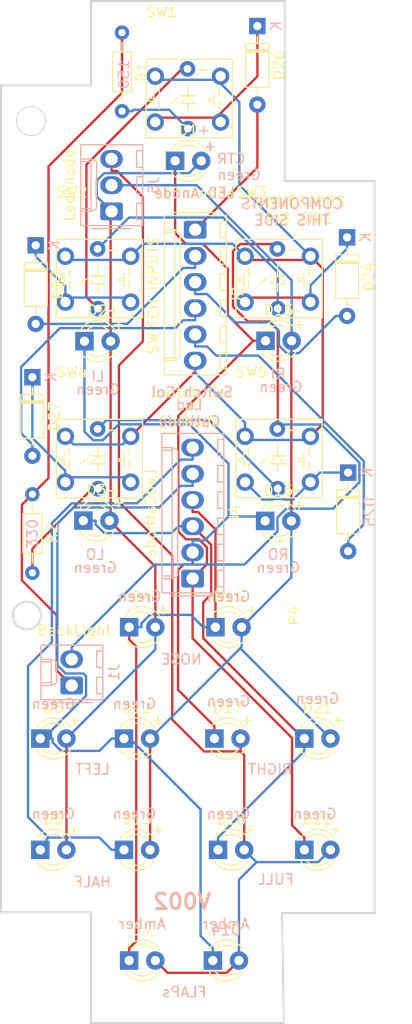
<source format=kicad_pcb>
(kicad_pcb (version 20171130) (host pcbnew "(5.1.5-0-10_14)")

  (general
    (thickness 1.6)
    (drawings 70)
    (tracks 291)
    (zones 0)
    (modules 35)
    (nets 28)
  )

  (page USLetter)
  (title_block
    (title "ABSIS NANO GENERAL I/O")
    (date 2017-12-26)
    (rev -)
    (company "F/A-18C SIMPIT")
    (comment 1 "JOHN STEENSEN")
  )

  (layers
    (0 F.Cu signal)
    (31 B.Cu signal)
    (32 B.Adhes user)
    (33 F.Adhes user)
    (34 B.Paste user)
    (35 F.Paste user)
    (36 B.SilkS user)
    (37 F.SilkS user)
    (38 B.Mask user)
    (39 F.Mask user)
    (40 Dwgs.User user)
    (41 Cmts.User user)
    (42 Eco1.User user)
    (43 Eco2.User user)
    (44 Edge.Cuts user)
    (45 Margin user)
    (46 B.CrtYd user)
    (47 F.CrtYd user)
    (48 B.Fab user)
    (49 F.Fab user)
  )

  (setup
    (last_trace_width 0.2286)
    (trace_clearance 0.1778)
    (zone_clearance 0.508)
    (zone_45_only no)
    (trace_min 0.1524)
    (via_size 0.6)
    (via_drill 0.4)
    (via_min_size 0.4)
    (via_min_drill 0.31)
    (blind_buried_vias_allowed yes)
    (uvia_size 0.3)
    (uvia_drill 0.1)
    (uvias_allowed no)
    (uvia_min_size 0.2)
    (uvia_min_drill 0.1)
    (edge_width 0.1)
    (segment_width 0.1)
    (pcb_text_width 0.3)
    (pcb_text_size 1.5 1.5)
    (mod_edge_width 0.15)
    (mod_text_size 1 1)
    (mod_text_width 0.15)
    (pad_size 1.6 1.6)
    (pad_drill 0.8)
    (pad_to_mask_clearance 0)
    (solder_mask_min_width 0.25)
    (aux_axis_origin 84.35975 146.46275)
    (grid_origin 84.35975 146.46275)
    (visible_elements 7FFBFFFF)
    (pcbplotparams
      (layerselection 0x010f0_ffffffff)
      (usegerberextensions false)
      (usegerberattributes false)
      (usegerberadvancedattributes false)
      (creategerberjobfile false)
      (excludeedgelayer true)
      (linewidth 0.100000)
      (plotframeref false)
      (viasonmask false)
      (mode 1)
      (useauxorigin false)
      (hpglpennumber 1)
      (hpglpenspeed 20)
      (hpglpendiameter 15.000000)
      (psnegative false)
      (psa4output false)
      (plotreference true)
      (plotvalue true)
      (plotinvisibletext false)
      (padsonsilk false)
      (subtractmaskfromsilk false)
      (outputformat 1)
      (mirror false)
      (drillshape 0)
      (scaleselection 1)
      (outputdirectory "manufacturing/"))
  )

  (net 0 "")
  (net 1 /Dig0)
  (net 2 /SegDP)
  (net 3 /Dig1)
  (net 4 /Dig2)
  (net 5 /Dig3)
  (net 6 /Dig4)
  (net 7 /Dig5)
  (net 8 /SegA)
  (net 9 /SegB)
  (net 10 "Net-(D23-Pad1)")
  (net 11 "Net-(D24-Pad1)")
  (net 12 "Net-(D25-Pad1)")
  (net 13 "Net-(D26-Pad1)")
  (net 14 "Net-(D27-Pad1)")
  (net 15 "Net-(J1-Pad2)")
  (net 16 "Net-(J1-Pad1)")
  (net 17 "Net-(R1-Pad2)")
  (net 18 "Net-(R2-Pad2)")
  (net 19 "Net-(SW1-Pad6)")
  (net 20 "Net-(SW2-Pad6)")
  (net 21 "Net-(SW4-Pad6)")
  (net 22 /COL7)
  (net 23 /COL8)
  (net 24 /COL10)
  (net 25 /COL6)
  (net 26 /COL9)
  (net 27 /ROW15)

  (net_class Default "This is the default net class."
    (clearance 0.1778)
    (trace_width 0.2286)
    (via_dia 0.6)
    (via_drill 0.4)
    (uvia_dia 0.3)
    (uvia_drill 0.1)
    (add_net /COL10)
    (add_net /COL6)
    (add_net /COL7)
    (add_net /COL8)
    (add_net /COL9)
    (add_net /Dig0)
    (add_net /Dig1)
    (add_net /Dig2)
    (add_net /Dig3)
    (add_net /Dig4)
    (add_net /Dig5)
    (add_net /ROW15)
    (add_net /SegA)
    (add_net /SegB)
    (add_net /SegDP)
    (add_net "Net-(D23-Pad1)")
    (add_net "Net-(D24-Pad1)")
    (add_net "Net-(D25-Pad1)")
    (add_net "Net-(D26-Pad1)")
    (add_net "Net-(D27-Pad1)")
    (add_net "Net-(J1-Pad1)")
    (add_net "Net-(J1-Pad2)")
    (add_net "Net-(R1-Pad2)")
    (add_net "Net-(R2-Pad2)")
    (add_net "Net-(SW1-Pad6)")
    (add_net "Net-(SW2-Pad6)")
    (add_net "Net-(SW4-Pad6)")
  )

  (net_class control ""
    (clearance 0.1778)
    (trace_width 0.2286)
    (via_dia 0.6)
    (via_drill 0.4)
    (uvia_dia 0.3)
    (uvia_drill 0.1)
  )

  (net_class pwr12v ""
    (clearance 0.2032)
    (trace_width 0.762)
    (via_dia 0.6)
    (via_drill 0.4)
    (uvia_dia 0.3)
    (uvia_drill 0.1)
  )

  (net_class pwr3.3v ""
    (clearance 0.2032)
    (trace_width 0.3048)
    (via_dia 0.6)
    (via_drill 0.4)
    (uvia_dia 0.3)
    (uvia_drill 0.1)
  )

  (net_class pwr5v ""
    (clearance 0.2032)
    (trace_width 0.2286)
    (via_dia 0.6)
    (via_drill 0.4)
    (uvia_dia 0.3)
    (uvia_drill 0.1)
  )

  (net_class signal ""
    (clearance 0.1778)
    (trace_width 0.1524)
    (via_dia 0.6)
    (via_drill 0.4)
    (uvia_dia 0.3)
    (uvia_drill 0.1)
  )

  (module PT_Library_v001:Molex_1x06_P2.54mm_Vertical (layer F.Cu) (tedit 5B78013E) (tstamp 619864CD)
    (at 103.219 69.5008 270)
    (descr "Molex KK-254 Interconnect System, old/engineering part number: AE-6410-06A example for new part number: 22-27-2061, 6 Pins (http://www.molex.com/pdm_docs/sd/022272021_sd.pdf), generated with kicad-footprint-generator")
    (tags "connector Molex KK-254 side entry")
    (path /619A4E7B)
    (fp_text reference J2 (at 6.35 -4.12 90) (layer F.SilkS)
      (effects (font (size 1 1) (thickness 0.15)))
    )
    (fp_text value "SWITCH INPUTS" (at 6.35 4.08 90) (layer F.SilkS)
      (effects (font (size 1 1) (thickness 0.15)))
    )
    (fp_text user %R (at 6.35 -2.22 90) (layer F.Fab)
      (effects (font (size 1 1) (thickness 0.15)))
    )
    (fp_line (start 14.47 -3.42) (end -1.77 -3.42) (layer F.CrtYd) (width 0.05))
    (fp_line (start 14.47 3.38) (end 14.47 -3.42) (layer F.CrtYd) (width 0.05))
    (fp_line (start -1.77 3.38) (end 14.47 3.38) (layer F.CrtYd) (width 0.05))
    (fp_line (start -1.77 -3.42) (end -1.77 3.38) (layer F.CrtYd) (width 0.05))
    (fp_line (start 13.5 -2.43) (end 13.5 -3.03) (layer F.SilkS) (width 0.12))
    (fp_line (start 11.9 -2.43) (end 13.5 -2.43) (layer F.SilkS) (width 0.12))
    (fp_line (start 11.9 -3.03) (end 11.9 -2.43) (layer F.SilkS) (width 0.12))
    (fp_line (start 10.96 -2.43) (end 10.96 -3.03) (layer F.SilkS) (width 0.12))
    (fp_line (start 9.36 -2.43) (end 10.96 -2.43) (layer F.SilkS) (width 0.12))
    (fp_line (start 9.36 -3.03) (end 9.36 -2.43) (layer F.SilkS) (width 0.12))
    (fp_line (start 8.42 -2.43) (end 8.42 -3.03) (layer F.SilkS) (width 0.12))
    (fp_line (start 6.82 -2.43) (end 8.42 -2.43) (layer F.SilkS) (width 0.12))
    (fp_line (start 6.82 -3.03) (end 6.82 -2.43) (layer F.SilkS) (width 0.12))
    (fp_line (start 5.88 -2.43) (end 5.88 -3.03) (layer F.SilkS) (width 0.12))
    (fp_line (start 4.28 -2.43) (end 5.88 -2.43) (layer F.SilkS) (width 0.12))
    (fp_line (start 4.28 -3.03) (end 4.28 -2.43) (layer F.SilkS) (width 0.12))
    (fp_line (start 3.34 -2.43) (end 3.34 -3.03) (layer F.SilkS) (width 0.12))
    (fp_line (start 1.74 -2.43) (end 3.34 -2.43) (layer F.SilkS) (width 0.12))
    (fp_line (start 1.74 -3.03) (end 1.74 -2.43) (layer F.SilkS) (width 0.12))
    (fp_line (start 0.8 -2.43) (end 0.8 -3.03) (layer F.SilkS) (width 0.12))
    (fp_line (start -0.8 -2.43) (end 0.8 -2.43) (layer F.SilkS) (width 0.12))
    (fp_line (start -0.8 -3.03) (end -0.8 -2.43) (layer F.SilkS) (width 0.12))
    (fp_line (start 12.45 2.99) (end 12.45 1.99) (layer F.SilkS) (width 0.12))
    (fp_line (start 0.25 2.99) (end 0.25 1.99) (layer F.SilkS) (width 0.12))
    (fp_line (start 12.45 1.46) (end 12.7 1.99) (layer F.SilkS) (width 0.12))
    (fp_line (start 0.25 1.46) (end 12.45 1.46) (layer F.SilkS) (width 0.12))
    (fp_line (start 0 1.99) (end 0.25 1.46) (layer F.SilkS) (width 0.12))
    (fp_line (start 12.7 1.99) (end 12.7 2.99) (layer F.SilkS) (width 0.12))
    (fp_line (start 0 1.99) (end 12.7 1.99) (layer F.SilkS) (width 0.12))
    (fp_line (start 0 2.99) (end 0 1.99) (layer F.SilkS) (width 0.12))
    (fp_line (start -0.562893 0) (end -1.27 0.5) (layer F.Fab) (width 0.1))
    (fp_line (start -1.27 -0.5) (end -0.562893 0) (layer F.Fab) (width 0.1))
    (fp_line (start -1.67 -2) (end -1.67 2) (layer F.SilkS) (width 0.12))
    (fp_line (start 14.08 -3.03) (end -1.38 -3.03) (layer F.SilkS) (width 0.12))
    (fp_line (start 14.08 2.99) (end 14.08 -3.03) (layer F.SilkS) (width 0.12))
    (fp_line (start -1.38 2.99) (end 14.08 2.99) (layer F.SilkS) (width 0.12))
    (fp_line (start -1.38 -3.03) (end -1.38 2.99) (layer F.SilkS) (width 0.12))
    (fp_line (start 13.97 -2.92) (end -1.27 -2.92) (layer F.Fab) (width 0.1))
    (fp_line (start 13.97 2.88) (end 13.97 -2.92) (layer F.Fab) (width 0.1))
    (fp_line (start -1.27 2.88) (end 13.97 2.88) (layer F.Fab) (width 0.1))
    (fp_line (start -1.27 -2.92) (end -1.27 2.88) (layer F.Fab) (width 0.1))
    (pad 6 thru_hole oval (at 12.7 0 270) (size 1.74 2.2) (drill 1.2) (layers *.Cu *.Mask)
      (net 27 /ROW15))
    (pad 5 thru_hole oval (at 10.16 0 270) (size 1.74 2.2) (drill 1.2) (layers *.Cu *.Mask)
      (net 24 /COL10))
    (pad 4 thru_hole oval (at 7.62 0 270) (size 1.74 2.2) (drill 1.2) (layers *.Cu *.Mask)
      (net 26 /COL9))
    (pad 3 thru_hole oval (at 5.08 0 270) (size 1.74 2.2) (drill 1.2) (layers *.Cu *.Mask)
      (net 23 /COL8))
    (pad 2 thru_hole oval (at 2.54 0 270) (size 1.74 2.2) (drill 1.2) (layers *.Cu *.Mask)
      (net 22 /COL7))
    (pad 1 thru_hole roundrect (at 0 0 270) (size 1.74 2.2) (drill 1.2) (layers *.Cu *.Mask) (roundrect_rratio 0.143678)
      (net 25 /COL6))
    (model ${KISYS3DMOD}/Connector_Molex.3dshapes/Molex_KK-254_AE-6410-06A_1x06_P2.54mm_Vertical.wrl
      (at (xyz 0 0 0))
      (scale (xyz 1 1 1))
      (rotate (xyz 0 0 0))
    )
  )

  (module PT_Library_v001:Molex_1x06_P2.54mm_Vertical (layer B.Cu) (tedit 5B78013E) (tstamp 5EE5101A)
    (at 102.97 103.333 90)
    (descr "Molex KK-254 Interconnect System, old/engineering part number: AE-6410-06A example for new part number: 22-27-2061, 6 Pins (http://www.molex.com/pdm_docs/sd/022272021_sd.pdf), generated with kicad-footprint-generator")
    (tags "connector Molex KK-254 side entry")
    (path /5EF51B0D)
    (fp_text reference J4 (at 6.35 4.12 90) (layer F.SilkS)
      (effects (font (size 1 1) (thickness 0.15)))
    )
    (fp_text value LedCathode (at 6.35 -4.08 90) (layer F.SilkS)
      (effects (font (size 1 1) (thickness 0.15)) (justify mirror))
    )
    (fp_text user %R (at 6.35 2.22 90) (layer B.Fab)
      (effects (font (size 1 1) (thickness 0.15)) (justify mirror))
    )
    (fp_line (start 14.47 3.42) (end -1.77 3.42) (layer B.CrtYd) (width 0.05))
    (fp_line (start 14.47 -3.38) (end 14.47 3.42) (layer B.CrtYd) (width 0.05))
    (fp_line (start -1.77 -3.38) (end 14.47 -3.38) (layer B.CrtYd) (width 0.05))
    (fp_line (start -1.77 3.42) (end -1.77 -3.38) (layer B.CrtYd) (width 0.05))
    (fp_line (start 13.5 2.43) (end 13.5 3.03) (layer B.SilkS) (width 0.12))
    (fp_line (start 11.9 2.43) (end 13.5 2.43) (layer B.SilkS) (width 0.12))
    (fp_line (start 11.9 3.03) (end 11.9 2.43) (layer B.SilkS) (width 0.12))
    (fp_line (start 10.96 2.43) (end 10.96 3.03) (layer B.SilkS) (width 0.12))
    (fp_line (start 9.36 2.43) (end 10.96 2.43) (layer B.SilkS) (width 0.12))
    (fp_line (start 9.36 3.03) (end 9.36 2.43) (layer B.SilkS) (width 0.12))
    (fp_line (start 8.42 2.43) (end 8.42 3.03) (layer B.SilkS) (width 0.12))
    (fp_line (start 6.82 2.43) (end 8.42 2.43) (layer B.SilkS) (width 0.12))
    (fp_line (start 6.82 3.03) (end 6.82 2.43) (layer B.SilkS) (width 0.12))
    (fp_line (start 5.88 2.43) (end 5.88 3.03) (layer B.SilkS) (width 0.12))
    (fp_line (start 4.28 2.43) (end 5.88 2.43) (layer B.SilkS) (width 0.12))
    (fp_line (start 4.28 3.03) (end 4.28 2.43) (layer B.SilkS) (width 0.12))
    (fp_line (start 3.34 2.43) (end 3.34 3.03) (layer B.SilkS) (width 0.12))
    (fp_line (start 1.74 2.43) (end 3.34 2.43) (layer B.SilkS) (width 0.12))
    (fp_line (start 1.74 3.03) (end 1.74 2.43) (layer B.SilkS) (width 0.12))
    (fp_line (start 0.8 2.43) (end 0.8 3.03) (layer B.SilkS) (width 0.12))
    (fp_line (start -0.8 2.43) (end 0.8 2.43) (layer B.SilkS) (width 0.12))
    (fp_line (start -0.8 3.03) (end -0.8 2.43) (layer B.SilkS) (width 0.12))
    (fp_line (start 12.45 -2.99) (end 12.45 -1.99) (layer B.SilkS) (width 0.12))
    (fp_line (start 0.25 -2.99) (end 0.25 -1.99) (layer B.SilkS) (width 0.12))
    (fp_line (start 12.45 -1.46) (end 12.7 -1.99) (layer B.SilkS) (width 0.12))
    (fp_line (start 0.25 -1.46) (end 12.45 -1.46) (layer B.SilkS) (width 0.12))
    (fp_line (start 0 -1.99) (end 0.25 -1.46) (layer B.SilkS) (width 0.12))
    (fp_line (start 12.7 -1.99) (end 12.7 -2.99) (layer B.SilkS) (width 0.12))
    (fp_line (start 0 -1.99) (end 12.7 -1.99) (layer B.SilkS) (width 0.12))
    (fp_line (start 0 -2.99) (end 0 -1.99) (layer B.SilkS) (width 0.12))
    (fp_line (start -0.562893 0) (end -1.27 -0.5) (layer B.Fab) (width 0.1))
    (fp_line (start -1.27 0.5) (end -0.562893 0) (layer B.Fab) (width 0.1))
    (fp_line (start -1.67 2) (end -1.67 -2) (layer B.SilkS) (width 0.12))
    (fp_line (start 14.08 3.03) (end -1.38 3.03) (layer B.SilkS) (width 0.12))
    (fp_line (start 14.08 -2.99) (end 14.08 3.03) (layer B.SilkS) (width 0.12))
    (fp_line (start -1.38 -2.99) (end 14.08 -2.99) (layer B.SilkS) (width 0.12))
    (fp_line (start -1.38 3.03) (end -1.38 -2.99) (layer B.SilkS) (width 0.12))
    (fp_line (start 13.97 2.92) (end -1.27 2.92) (layer B.Fab) (width 0.1))
    (fp_line (start 13.97 -2.88) (end 13.97 2.92) (layer B.Fab) (width 0.1))
    (fp_line (start -1.27 -2.88) (end 13.97 -2.88) (layer B.Fab) (width 0.1))
    (fp_line (start -1.27 2.92) (end -1.27 -2.88) (layer B.Fab) (width 0.1))
    (pad 6 thru_hole oval (at 12.7 0 90) (size 1.74 2.2) (drill 1.2) (layers *.Cu *.Mask)
      (net 7 /Dig5))
    (pad 5 thru_hole oval (at 10.16 0 90) (size 1.74 2.2) (drill 1.2) (layers *.Cu *.Mask)
      (net 6 /Dig4))
    (pad 4 thru_hole oval (at 7.62 0 90) (size 1.74 2.2) (drill 1.2) (layers *.Cu *.Mask)
      (net 5 /Dig3))
    (pad 3 thru_hole oval (at 5.08 0 90) (size 1.74 2.2) (drill 1.2) (layers *.Cu *.Mask)
      (net 4 /Dig2))
    (pad 2 thru_hole oval (at 2.54 0 90) (size 1.74 2.2) (drill 1.2) (layers *.Cu *.Mask)
      (net 3 /Dig1))
    (pad 1 thru_hole roundrect (at 0 0 90) (size 1.74 2.2) (drill 1.2) (layers *.Cu *.Mask) (roundrect_rratio 0.143678)
      (net 1 /Dig0))
    (model ${KISYS3DMOD}/Connector_Molex.3dshapes/Molex_KK-254_AE-6410-06A_1x06_P2.54mm_Vertical.wrl
      (at (xyz 0 0 0))
      (scale (xyz 1 1 1))
      (rotate (xyz 0 0 0))
    )
  )

  (module PT_Library_v001:Molex_1x03_P2.54mm_Vertical (layer B.Cu) (tedit 5B78013E) (tstamp 5EE51046)
    (at 95.0912 67.7228 90)
    (descr "Molex KK-254 Interconnect System, old/engineering part number: AE-6410-03A example for new part number: 22-27-2031, 3 Pins (http://www.molex.com/pdm_docs/sd/022272021_sd.pdf), generated with kicad-footprint-generator")
    (tags "connector Molex KK-254 side entry")
    (path /5EF2E612)
    (fp_text reference J5 (at 2.54 4.12 270) (layer B.SilkS)
      (effects (font (size 1 1) (thickness 0.15)) (justify mirror))
    )
    (fp_text value LedAnode (at 2.54 -4.08 270) (layer F.SilkS)
      (effects (font (size 1 1) (thickness 0.15)))
    )
    (fp_text user %R (at 2.54 2.22 270) (layer B.Fab)
      (effects (font (size 1 1) (thickness 0.15)) (justify mirror))
    )
    (fp_line (start 6.85 3.42) (end -1.77 3.42) (layer B.CrtYd) (width 0.05))
    (fp_line (start 6.85 -3.38) (end 6.85 3.42) (layer B.CrtYd) (width 0.05))
    (fp_line (start -1.77 -3.38) (end 6.85 -3.38) (layer B.CrtYd) (width 0.05))
    (fp_line (start -1.77 3.42) (end -1.77 -3.38) (layer B.CrtYd) (width 0.05))
    (fp_line (start 5.88 2.43) (end 5.88 3.03) (layer B.SilkS) (width 0.12))
    (fp_line (start 4.28 2.43) (end 5.88 2.43) (layer B.SilkS) (width 0.12))
    (fp_line (start 4.28 3.03) (end 4.28 2.43) (layer B.SilkS) (width 0.12))
    (fp_line (start 3.34 2.43) (end 3.34 3.03) (layer B.SilkS) (width 0.12))
    (fp_line (start 1.74 2.43) (end 3.34 2.43) (layer B.SilkS) (width 0.12))
    (fp_line (start 1.74 3.03) (end 1.74 2.43) (layer B.SilkS) (width 0.12))
    (fp_line (start 0.8 2.43) (end 0.8 3.03) (layer B.SilkS) (width 0.12))
    (fp_line (start -0.8 2.43) (end 0.8 2.43) (layer B.SilkS) (width 0.12))
    (fp_line (start -0.8 3.03) (end -0.8 2.43) (layer B.SilkS) (width 0.12))
    (fp_line (start 4.83 -2.99) (end 4.83 -1.99) (layer B.SilkS) (width 0.12))
    (fp_line (start 0.25 -2.99) (end 0.25 -1.99) (layer B.SilkS) (width 0.12))
    (fp_line (start 4.83 -1.46) (end 5.08 -1.99) (layer B.SilkS) (width 0.12))
    (fp_line (start 0.25 -1.46) (end 4.83 -1.46) (layer B.SilkS) (width 0.12))
    (fp_line (start 0 -1.99) (end 0.25 -1.46) (layer B.SilkS) (width 0.12))
    (fp_line (start 5.08 -1.99) (end 5.08 -2.99) (layer B.SilkS) (width 0.12))
    (fp_line (start 0 -1.99) (end 5.08 -1.99) (layer B.SilkS) (width 0.12))
    (fp_line (start 0 -2.99) (end 0 -1.99) (layer B.SilkS) (width 0.12))
    (fp_line (start -0.562893 0) (end -1.27 -0.5) (layer B.Fab) (width 0.1))
    (fp_line (start -1.27 0.5) (end -0.562893 0) (layer B.Fab) (width 0.1))
    (fp_line (start -1.67 2) (end -1.67 -2) (layer B.SilkS) (width 0.12))
    (fp_line (start 6.46 3.03) (end -1.38 3.03) (layer B.SilkS) (width 0.12))
    (fp_line (start 6.46 -2.99) (end 6.46 3.03) (layer B.SilkS) (width 0.12))
    (fp_line (start -1.38 -2.99) (end 6.46 -2.99) (layer B.SilkS) (width 0.12))
    (fp_line (start -1.38 3.03) (end -1.38 -2.99) (layer B.SilkS) (width 0.12))
    (fp_line (start 6.35 2.92) (end -1.27 2.92) (layer B.Fab) (width 0.1))
    (fp_line (start 6.35 -2.88) (end 6.35 2.92) (layer B.Fab) (width 0.1))
    (fp_line (start -1.27 -2.88) (end 6.35 -2.88) (layer B.Fab) (width 0.1))
    (fp_line (start -1.27 2.92) (end -1.27 -2.88) (layer B.Fab) (width 0.1))
    (pad 3 thru_hole oval (at 5.08 0 90) (size 1.74 2.2) (drill 1.2) (layers *.Cu *.Mask)
      (net 9 /SegB))
    (pad 2 thru_hole oval (at 2.54 0 90) (size 1.74 2.2) (drill 1.2) (layers *.Cu *.Mask)
      (net 8 /SegA))
    (pad 1 thru_hole roundrect (at 0 0 90) (size 1.74 2.2) (drill 1.2) (layers *.Cu *.Mask) (roundrect_rratio 0.143678)
      (net 2 /SegDP))
    (model ${KISYS3DMOD}/Connector_Molex.3dshapes/Molex_KK-254_AE-6410-03A_1x03_P2.54mm_Vertical.wrl
      (at (xyz 0 0 0))
      (scale (xyz 1 1 1))
      (rotate (xyz 0 0 0))
    )
  )

  (module PT_Library_v001:PT_Small_Tactile_Switch_With_LED locked (layer F.Cu) (tedit 5EE4152B) (tstamp 5DFC77CA)
    (at 111.24 91.6928 180)
    (path /5C45B2D3)
    (fp_text reference SW5 (at 2.54 8.374) (layer F.SilkS)
      (effects (font (size 1 1) (thickness 0.15)))
    )
    (fp_text value SW_Push (at 0 -0.5) (layer F.Fab)
      (effects (font (size 1 1) (thickness 0.15)))
    )
    (fp_line (start -4.318 -3.81) (end -3.048 -3.81) (layer F.SilkS) (width 0.12))
    (fp_line (start -4.32 3.81) (end -4.318 -3.81) (layer F.SilkS) (width 0.12))
    (fp_line (start 4.07 3.81) (end -4.312 3.81) (layer F.SilkS) (width 0.12))
    (fp_line (start 4.064 -3.81) (end 4.05 3.81) (layer F.SilkS) (width 0.12))
    (fp_line (start -4.064 -3.81) (end 4.064 -3.81) (layer F.SilkS) (width 0.12))
    (fp_text user - (at -1.42 2.81) (layer F.SilkS)
      (effects (font (size 1 1) (thickness 0.15)))
    )
    (fp_line (start 3.81 0) (end 3.302 0) (layer F.SilkS) (width 0.12))
    (fp_line (start 2.794 -1.016) (end 2.794 -0.254) (layer F.SilkS) (width 0.12))
    (fp_line (start 3.81 -0.254) (end 3.81 0) (layer F.SilkS) (width 0.12))
    (fp_line (start 3.302 -0.762) (end 3.302 0.508) (layer F.SilkS) (width 0.12))
    (fp_line (start 2.794 0.254) (end 2.794 1.016) (layer F.SilkS) (width 0.12))
    (fp_line (start 3.302 -0.254) (end 3.81 -0.254) (layer F.SilkS) (width 0.12))
    (fp_line (start -2.032 0) (end -2.54 0) (layer F.SilkS) (width 0.12))
    (fp_line (start -2.032 -0.254) (end -2.032 0) (layer F.SilkS) (width 0.12))
    (fp_line (start -2.54 -0.254) (end -2.032 -0.254) (layer F.SilkS) (width 0.12))
    (fp_line (start -2.54 -0.762) (end -2.54 0.508) (layer F.SilkS) (width 0.12))
    (fp_line (start -3.048 0.254) (end -3.048 1.016) (layer F.SilkS) (width 0.12))
    (fp_line (start -3.048 -1.016) (end -3.048 -0.254) (layer F.SilkS) (width 0.12))
    (fp_line (start 1.524 -0.254) (end 1.016 0) (layer F.SilkS) (width 0.12))
    (fp_line (start 1.27 -0.254) (end 1.524 -0.254) (layer F.SilkS) (width 0.12))
    (fp_line (start 1.778 -0.508) (end 1.27 -0.254) (layer F.SilkS) (width 0.12))
    (fp_line (start 0 0.254) (end 0 1.27) (layer F.SilkS) (width 0.12))
    (fp_line (start -0.762 0.254) (end 0 0.254) (layer F.SilkS) (width 0.12))
    (fp_line (start 0.762 0.254) (end -0.762 0.254) (layer F.SilkS) (width 0.12))
    (fp_line (start -0.762 -0.508) (end 0 -0.508) (layer F.SilkS) (width 0.12))
    (fp_line (start 0 0.254) (end -0.762 -0.508) (layer F.SilkS) (width 0.12))
    (fp_line (start 0.762 -0.508) (end 0 0.254) (layer F.SilkS) (width 0.12))
    (fp_line (start 0 -0.508) (end 0.762 -0.508) (layer F.SilkS) (width 0.12))
    (fp_line (start 0 -1.27) (end 0 -0.508) (layer F.SilkS) (width 0.12))
    (fp_text user + (at -1.524 -3.048) (layer F.SilkS)
      (effects (font (size 1 1) (thickness 0.15)))
    )
    (pad 6 thru_hole circle (at 0.04 2.87 180) (size 1.524 1.524) (drill 0.762) (layers *.Cu *.Mask)
      (net 15 "Net-(J1-Pad2)"))
    (pad 5 thru_hole circle (at 0 -2.921 180) (size 1.524 1.524) (drill 0.762) (layers *.Cu *.Mask)
      (net 21 "Net-(SW4-Pad6)"))
    (pad 4 thru_hole circle (at 3.175 2.159 180) (size 1.7 1.7) (drill 1) (layers *.Cu *.Mask)
      (net 27 /ROW15))
    (pad 3 thru_hole circle (at -3.175 2.159 180) (size 1.7 1.7) (drill 1) (layers *.Cu *.Mask)
      (net 27 /ROW15))
    (pad 2 thru_hole circle (at 3.175 -2.286 180) (size 1.7 1.7) (drill 1) (layers *.Cu *.Mask)
      (net 12 "Net-(D25-Pad1)"))
    (pad 1 thru_hole circle (at -3.175 -2.286 180) (size 1.7 1.7) (drill 1) (layers *.Cu *.Mask)
      (net 12 "Net-(D25-Pad1)"))
  )

  (module PT_Library_v001:PT_Small_Tactile_Switch_With_LED locked (layer F.Cu) (tedit 5EE4152B) (tstamp 5DFA79FE)
    (at 93.7798 91.6928 180)
    (path /5C452790)
    (fp_text reference SW4 (at 2.54 8.374) (layer F.SilkS)
      (effects (font (size 1 1) (thickness 0.15)))
    )
    (fp_text value SW_Push (at 0 -0.5) (layer F.Fab)
      (effects (font (size 1 1) (thickness 0.15)))
    )
    (fp_line (start -4.318 -3.81) (end -3.048 -3.81) (layer F.SilkS) (width 0.12))
    (fp_line (start -4.32 3.81) (end -4.318 -3.81) (layer F.SilkS) (width 0.12))
    (fp_line (start 4.07 3.81) (end -4.312 3.81) (layer F.SilkS) (width 0.12))
    (fp_line (start 4.064 -3.81) (end 4.05 3.81) (layer F.SilkS) (width 0.12))
    (fp_line (start -4.064 -3.81) (end 4.064 -3.81) (layer F.SilkS) (width 0.12))
    (fp_text user - (at -1.42 2.81) (layer F.SilkS)
      (effects (font (size 1 1) (thickness 0.15)))
    )
    (fp_line (start 3.81 0) (end 3.302 0) (layer F.SilkS) (width 0.12))
    (fp_line (start 2.794 -1.016) (end 2.794 -0.254) (layer F.SilkS) (width 0.12))
    (fp_line (start 3.81 -0.254) (end 3.81 0) (layer F.SilkS) (width 0.12))
    (fp_line (start 3.302 -0.762) (end 3.302 0.508) (layer F.SilkS) (width 0.12))
    (fp_line (start 2.794 0.254) (end 2.794 1.016) (layer F.SilkS) (width 0.12))
    (fp_line (start 3.302 -0.254) (end 3.81 -0.254) (layer F.SilkS) (width 0.12))
    (fp_line (start -2.032 0) (end -2.54 0) (layer F.SilkS) (width 0.12))
    (fp_line (start -2.032 -0.254) (end -2.032 0) (layer F.SilkS) (width 0.12))
    (fp_line (start -2.54 -0.254) (end -2.032 -0.254) (layer F.SilkS) (width 0.12))
    (fp_line (start -2.54 -0.762) (end -2.54 0.508) (layer F.SilkS) (width 0.12))
    (fp_line (start -3.048 0.254) (end -3.048 1.016) (layer F.SilkS) (width 0.12))
    (fp_line (start -3.048 -1.016) (end -3.048 -0.254) (layer F.SilkS) (width 0.12))
    (fp_line (start 1.524 -0.254) (end 1.016 0) (layer F.SilkS) (width 0.12))
    (fp_line (start 1.27 -0.254) (end 1.524 -0.254) (layer F.SilkS) (width 0.12))
    (fp_line (start 1.778 -0.508) (end 1.27 -0.254) (layer F.SilkS) (width 0.12))
    (fp_line (start 0 0.254) (end 0 1.27) (layer F.SilkS) (width 0.12))
    (fp_line (start -0.762 0.254) (end 0 0.254) (layer F.SilkS) (width 0.12))
    (fp_line (start 0.762 0.254) (end -0.762 0.254) (layer F.SilkS) (width 0.12))
    (fp_line (start -0.762 -0.508) (end 0 -0.508) (layer F.SilkS) (width 0.12))
    (fp_line (start 0 0.254) (end -0.762 -0.508) (layer F.SilkS) (width 0.12))
    (fp_line (start 0.762 -0.508) (end 0 0.254) (layer F.SilkS) (width 0.12))
    (fp_line (start 0 -0.508) (end 0.762 -0.508) (layer F.SilkS) (width 0.12))
    (fp_line (start 0 -1.27) (end 0 -0.508) (layer F.SilkS) (width 0.12))
    (fp_text user + (at -1.524 -3.048) (layer F.SilkS)
      (effects (font (size 1 1) (thickness 0.15)))
    )
    (pad 6 thru_hole circle (at 0.04 2.87 180) (size 1.524 1.524) (drill 0.762) (layers *.Cu *.Mask)
      (net 21 "Net-(SW4-Pad6)"))
    (pad 5 thru_hole circle (at 0 -2.921 180) (size 1.524 1.524) (drill 0.762) (layers *.Cu *.Mask)
      (net 18 "Net-(R2-Pad2)"))
    (pad 4 thru_hole circle (at 3.175 2.159 180) (size 1.7 1.7) (drill 1) (layers *.Cu *.Mask)
      (net 27 /ROW15))
    (pad 3 thru_hole circle (at -3.175 2.159 180) (size 1.7 1.7) (drill 1) (layers *.Cu *.Mask)
      (net 27 /ROW15))
    (pad 2 thru_hole circle (at 3.175 -2.286 180) (size 1.7 1.7) (drill 1) (layers *.Cu *.Mask)
      (net 14 "Net-(D27-Pad1)"))
    (pad 1 thru_hole circle (at -3.175 -2.286 180) (size 1.7 1.7) (drill 1) (layers *.Cu *.Mask)
      (net 14 "Net-(D27-Pad1)"))
  )

  (module PT_Library_v001:PT_Small_Tactile_Switch_With_LED locked (layer F.Cu) (tedit 5EE4152B) (tstamp 5DFC7760)
    (at 111.24 74.2328 180)
    (path /5C44A4F2)
    (fp_text reference SW3 (at 2.54 8.374) (layer F.SilkS)
      (effects (font (size 1 1) (thickness 0.15)))
    )
    (fp_text value SW_Push (at 0 -0.5) (layer F.Fab)
      (effects (font (size 1 1) (thickness 0.15)))
    )
    (fp_line (start -4.318 -3.81) (end -3.048 -3.81) (layer F.SilkS) (width 0.12))
    (fp_line (start -4.32 3.81) (end -4.318 -3.81) (layer F.SilkS) (width 0.12))
    (fp_line (start 4.07 3.81) (end -4.312 3.81) (layer F.SilkS) (width 0.12))
    (fp_line (start 4.064 -3.81) (end 4.05 3.81) (layer F.SilkS) (width 0.12))
    (fp_line (start -4.064 -3.81) (end 4.064 -3.81) (layer F.SilkS) (width 0.12))
    (fp_text user - (at -1.42 2.81) (layer F.SilkS)
      (effects (font (size 1 1) (thickness 0.15)))
    )
    (fp_line (start 3.81 0) (end 3.302 0) (layer F.SilkS) (width 0.12))
    (fp_line (start 2.794 -1.016) (end 2.794 -0.254) (layer F.SilkS) (width 0.12))
    (fp_line (start 3.81 -0.254) (end 3.81 0) (layer F.SilkS) (width 0.12))
    (fp_line (start 3.302 -0.762) (end 3.302 0.508) (layer F.SilkS) (width 0.12))
    (fp_line (start 2.794 0.254) (end 2.794 1.016) (layer F.SilkS) (width 0.12))
    (fp_line (start 3.302 -0.254) (end 3.81 -0.254) (layer F.SilkS) (width 0.12))
    (fp_line (start -2.032 0) (end -2.54 0) (layer F.SilkS) (width 0.12))
    (fp_line (start -2.032 -0.254) (end -2.032 0) (layer F.SilkS) (width 0.12))
    (fp_line (start -2.54 -0.254) (end -2.032 -0.254) (layer F.SilkS) (width 0.12))
    (fp_line (start -2.54 -0.762) (end -2.54 0.508) (layer F.SilkS) (width 0.12))
    (fp_line (start -3.048 0.254) (end -3.048 1.016) (layer F.SilkS) (width 0.12))
    (fp_line (start -3.048 -1.016) (end -3.048 -0.254) (layer F.SilkS) (width 0.12))
    (fp_line (start 1.524 -0.254) (end 1.016 0) (layer F.SilkS) (width 0.12))
    (fp_line (start 1.27 -0.254) (end 1.524 -0.254) (layer F.SilkS) (width 0.12))
    (fp_line (start 1.778 -0.508) (end 1.27 -0.254) (layer F.SilkS) (width 0.12))
    (fp_line (start 0 0.254) (end 0 1.27) (layer F.SilkS) (width 0.12))
    (fp_line (start -0.762 0.254) (end 0 0.254) (layer F.SilkS) (width 0.12))
    (fp_line (start 0.762 0.254) (end -0.762 0.254) (layer F.SilkS) (width 0.12))
    (fp_line (start -0.762 -0.508) (end 0 -0.508) (layer F.SilkS) (width 0.12))
    (fp_line (start 0 0.254) (end -0.762 -0.508) (layer F.SilkS) (width 0.12))
    (fp_line (start 0.762 -0.508) (end 0 0.254) (layer F.SilkS) (width 0.12))
    (fp_line (start 0 -0.508) (end 0.762 -0.508) (layer F.SilkS) (width 0.12))
    (fp_line (start 0 -1.27) (end 0 -0.508) (layer F.SilkS) (width 0.12))
    (fp_text user + (at -1.524 -3.048) (layer F.SilkS)
      (effects (font (size 1 1) (thickness 0.15)))
    )
    (pad 6 thru_hole circle (at 0.04 2.87 180) (size 1.524 1.524) (drill 0.762) (layers *.Cu *.Mask)
      (net 15 "Net-(J1-Pad2)"))
    (pad 5 thru_hole circle (at 0 -2.921 180) (size 1.524 1.524) (drill 0.762) (layers *.Cu *.Mask)
      (net 20 "Net-(SW2-Pad6)"))
    (pad 4 thru_hole circle (at 3.175 2.159 180) (size 1.7 1.7) (drill 1) (layers *.Cu *.Mask)
      (net 27 /ROW15))
    (pad 3 thru_hole circle (at -3.175 2.159 180) (size 1.7 1.7) (drill 1) (layers *.Cu *.Mask)
      (net 27 /ROW15))
    (pad 2 thru_hole circle (at 3.175 -2.286 180) (size 1.7 1.7) (drill 1) (layers *.Cu *.Mask)
      (net 11 "Net-(D24-Pad1)"))
    (pad 1 thru_hole circle (at -3.175 -2.286 180) (size 1.7 1.7) (drill 1) (layers *.Cu *.Mask)
      (net 11 "Net-(D24-Pad1)"))
  )

  (module PT_Library_v001:PT_Small_Tactile_Switch_With_LED locked (layer F.Cu) (tedit 5EE4152B) (tstamp 5DFC76DA)
    (at 93.7798 74.2328 180)
    (path /5C414C4E)
    (fp_text reference SW2 (at 2.54 8.374) (layer F.SilkS)
      (effects (font (size 1 1) (thickness 0.15)))
    )
    (fp_text value SW_Push (at 0 -0.5) (layer F.Fab)
      (effects (font (size 1 1) (thickness 0.15)))
    )
    (fp_line (start -4.318 -3.81) (end -3.048 -3.81) (layer F.SilkS) (width 0.12))
    (fp_line (start -4.32 3.81) (end -4.318 -3.81) (layer F.SilkS) (width 0.12))
    (fp_line (start 4.07 3.81) (end -4.312 3.81) (layer F.SilkS) (width 0.12))
    (fp_line (start 4.064 -3.81) (end 4.05 3.81) (layer F.SilkS) (width 0.12))
    (fp_line (start -4.064 -3.81) (end 4.064 -3.81) (layer F.SilkS) (width 0.12))
    (fp_text user - (at -1.42 2.81) (layer F.SilkS)
      (effects (font (size 1 1) (thickness 0.15)))
    )
    (fp_line (start 3.81 0) (end 3.302 0) (layer F.SilkS) (width 0.12))
    (fp_line (start 2.794 -1.016) (end 2.794 -0.254) (layer F.SilkS) (width 0.12))
    (fp_line (start 3.81 -0.254) (end 3.81 0) (layer F.SilkS) (width 0.12))
    (fp_line (start 3.302 -0.762) (end 3.302 0.508) (layer F.SilkS) (width 0.12))
    (fp_line (start 2.794 0.254) (end 2.794 1.016) (layer F.SilkS) (width 0.12))
    (fp_line (start 3.302 -0.254) (end 3.81 -0.254) (layer F.SilkS) (width 0.12))
    (fp_line (start -2.032 0) (end -2.54 0) (layer F.SilkS) (width 0.12))
    (fp_line (start -2.032 -0.254) (end -2.032 0) (layer F.SilkS) (width 0.12))
    (fp_line (start -2.54 -0.254) (end -2.032 -0.254) (layer F.SilkS) (width 0.12))
    (fp_line (start -2.54 -0.762) (end -2.54 0.508) (layer F.SilkS) (width 0.12))
    (fp_line (start -3.048 0.254) (end -3.048 1.016) (layer F.SilkS) (width 0.12))
    (fp_line (start -3.048 -1.016) (end -3.048 -0.254) (layer F.SilkS) (width 0.12))
    (fp_line (start 1.524 -0.254) (end 1.016 0) (layer F.SilkS) (width 0.12))
    (fp_line (start 1.27 -0.254) (end 1.524 -0.254) (layer F.SilkS) (width 0.12))
    (fp_line (start 1.778 -0.508) (end 1.27 -0.254) (layer F.SilkS) (width 0.12))
    (fp_line (start 0 0.254) (end 0 1.27) (layer F.SilkS) (width 0.12))
    (fp_line (start -0.762 0.254) (end 0 0.254) (layer F.SilkS) (width 0.12))
    (fp_line (start 0.762 0.254) (end -0.762 0.254) (layer F.SilkS) (width 0.12))
    (fp_line (start -0.762 -0.508) (end 0 -0.508) (layer F.SilkS) (width 0.12))
    (fp_line (start 0 0.254) (end -0.762 -0.508) (layer F.SilkS) (width 0.12))
    (fp_line (start 0.762 -0.508) (end 0 0.254) (layer F.SilkS) (width 0.12))
    (fp_line (start 0 -0.508) (end 0.762 -0.508) (layer F.SilkS) (width 0.12))
    (fp_line (start 0 -1.27) (end 0 -0.508) (layer F.SilkS) (width 0.12))
    (fp_text user + (at -1.524 -3.048) (layer F.SilkS)
      (effects (font (size 1 1) (thickness 0.15)))
    )
    (pad 6 thru_hole circle (at 0.04 2.87 180) (size 1.524 1.524) (drill 0.762) (layers *.Cu *.Mask)
      (net 20 "Net-(SW2-Pad6)"))
    (pad 5 thru_hole circle (at 0 -2.921 180) (size 1.524 1.524) (drill 0.762) (layers *.Cu *.Mask)
      (net 19 "Net-(SW1-Pad6)"))
    (pad 4 thru_hole circle (at 3.175 2.159 180) (size 1.7 1.7) (drill 1) (layers *.Cu *.Mask)
      (net 27 /ROW15))
    (pad 3 thru_hole circle (at -3.175 2.159 180) (size 1.7 1.7) (drill 1) (layers *.Cu *.Mask)
      (net 27 /ROW15))
    (pad 2 thru_hole circle (at 3.175 -2.286 180) (size 1.7 1.7) (drill 1) (layers *.Cu *.Mask)
      (net 10 "Net-(D23-Pad1)"))
    (pad 1 thru_hole circle (at -3.175 -2.286 180) (size 1.7 1.7) (drill 1) (layers *.Cu *.Mask)
      (net 10 "Net-(D23-Pad1)"))
  )

  (module PT_Library_v001:PT_Small_Tactile_Switch_With_LED locked (layer F.Cu) (tedit 5EE4152B) (tstamp 5DFA79E0)
    (at 102.51 56.7728 180)
    (path /5C39B47B)
    (fp_text reference SW1 (at 2.54 8.374) (layer F.SilkS)
      (effects (font (size 1 1) (thickness 0.15)))
    )
    (fp_text value SW_Push (at 0 -0.5) (layer F.Fab)
      (effects (font (size 1 1) (thickness 0.15)))
    )
    (fp_line (start -4.318 -3.81) (end -3.048 -3.81) (layer F.SilkS) (width 0.12))
    (fp_line (start -4.32 3.81) (end -4.318 -3.81) (layer F.SilkS) (width 0.12))
    (fp_line (start 4.07 3.81) (end -4.312 3.81) (layer F.SilkS) (width 0.12))
    (fp_line (start 4.064 -3.81) (end 4.05 3.81) (layer F.SilkS) (width 0.12))
    (fp_line (start -4.064 -3.81) (end 4.064 -3.81) (layer F.SilkS) (width 0.12))
    (fp_text user - (at -1.42 2.81) (layer F.SilkS)
      (effects (font (size 1 1) (thickness 0.15)))
    )
    (fp_line (start 3.81 0) (end 3.302 0) (layer F.SilkS) (width 0.12))
    (fp_line (start 2.794 -1.016) (end 2.794 -0.254) (layer F.SilkS) (width 0.12))
    (fp_line (start 3.81 -0.254) (end 3.81 0) (layer F.SilkS) (width 0.12))
    (fp_line (start 3.302 -0.762) (end 3.302 0.508) (layer F.SilkS) (width 0.12))
    (fp_line (start 2.794 0.254) (end 2.794 1.016) (layer F.SilkS) (width 0.12))
    (fp_line (start 3.302 -0.254) (end 3.81 -0.254) (layer F.SilkS) (width 0.12))
    (fp_line (start -2.032 0) (end -2.54 0) (layer F.SilkS) (width 0.12))
    (fp_line (start -2.032 -0.254) (end -2.032 0) (layer F.SilkS) (width 0.12))
    (fp_line (start -2.54 -0.254) (end -2.032 -0.254) (layer F.SilkS) (width 0.12))
    (fp_line (start -2.54 -0.762) (end -2.54 0.508) (layer F.SilkS) (width 0.12))
    (fp_line (start -3.048 0.254) (end -3.048 1.016) (layer F.SilkS) (width 0.12))
    (fp_line (start -3.048 -1.016) (end -3.048 -0.254) (layer F.SilkS) (width 0.12))
    (fp_line (start 1.524 -0.254) (end 1.016 0) (layer F.SilkS) (width 0.12))
    (fp_line (start 1.27 -0.254) (end 1.524 -0.254) (layer F.SilkS) (width 0.12))
    (fp_line (start 1.778 -0.508) (end 1.27 -0.254) (layer F.SilkS) (width 0.12))
    (fp_line (start 0 0.254) (end 0 1.27) (layer F.SilkS) (width 0.12))
    (fp_line (start -0.762 0.254) (end 0 0.254) (layer F.SilkS) (width 0.12))
    (fp_line (start 0.762 0.254) (end -0.762 0.254) (layer F.SilkS) (width 0.12))
    (fp_line (start -0.762 -0.508) (end 0 -0.508) (layer F.SilkS) (width 0.12))
    (fp_line (start 0 0.254) (end -0.762 -0.508) (layer F.SilkS) (width 0.12))
    (fp_line (start 0.762 -0.508) (end 0 0.254) (layer F.SilkS) (width 0.12))
    (fp_line (start 0 -0.508) (end 0.762 -0.508) (layer F.SilkS) (width 0.12))
    (fp_line (start 0 -1.27) (end 0 -0.508) (layer F.SilkS) (width 0.12))
    (fp_text user + (at -1.524 -3.048) (layer B.SilkS)
      (effects (font (size 1 1) (thickness 0.15)) (justify mirror))
    )
    (pad 6 thru_hole circle (at 0.04 2.87 180) (size 1.524 1.524) (drill 0.762) (layers *.Cu *.Mask)
      (net 19 "Net-(SW1-Pad6)"))
    (pad 5 thru_hole circle (at 0 -2.921 180) (size 1.524 1.524) (drill 0.762) (layers *.Cu *.Mask)
      (net 17 "Net-(R1-Pad2)"))
    (pad 4 thru_hole circle (at 3.175 2.159 180) (size 1.7 1.7) (drill 1) (layers *.Cu *.Mask)
      (net 27 /ROW15))
    (pad 3 thru_hole circle (at -3.175 2.159 180) (size 1.7 1.7) (drill 1) (layers *.Cu *.Mask)
      (net 27 /ROW15))
    (pad 2 thru_hole circle (at 3.175 -2.286 180) (size 1.7 1.7) (drill 1) (layers *.Cu *.Mask)
      (net 13 "Net-(D26-Pad1)"))
    (pad 1 thru_hole circle (at -3.175 -2.286 180) (size 1.7 1.7) (drill 1) (layers *.Cu *.Mask)
      (net 13 "Net-(D26-Pad1)"))
  )

  (module Resistor_THT:R_Axial_DIN0204_L3.6mm_D1.6mm_P7.62mm_Horizontal (layer F.Cu) (tedit 5AE5139B) (tstamp 5EE51074)
    (at 87.3998 95.1528 270)
    (descr "Resistor, Axial_DIN0204 series, Axial, Horizontal, pin pitch=7.62mm, 0.167W, length*diameter=3.6*1.6mm^2, http://cdn-reichelt.de/documents/datenblatt/B400/1_4W%23YAG.pdf")
    (tags "Resistor Axial_DIN0204 series Axial Horizontal pin pitch 7.62mm 0.167W length 3.6mm diameter 1.6mm")
    (path /5EE969E5)
    (fp_text reference R2 (at 3.81 -1.92 90) (layer F.SilkS)
      (effects (font (size 1 1) (thickness 0.15)))
    )
    (fp_text value 330 (at 3.81 1.92 90) (layer F.Fab)
      (effects (font (size 1 1) (thickness 0.15)))
    )
    (fp_text user %R (at 3.81 0 90) (layer B.Fab)
      (effects (font (size 0.72 0.72) (thickness 0.108)) (justify mirror))
    )
    (fp_line (start 8.57 -1.05) (end -0.95 -1.05) (layer F.CrtYd) (width 0.05))
    (fp_line (start 8.57 1.05) (end 8.57 -1.05) (layer F.CrtYd) (width 0.05))
    (fp_line (start -0.95 1.05) (end 8.57 1.05) (layer F.CrtYd) (width 0.05))
    (fp_line (start -0.95 -1.05) (end -0.95 1.05) (layer F.CrtYd) (width 0.05))
    (fp_line (start 6.68 0) (end 5.73 0) (layer F.SilkS) (width 0.12))
    (fp_line (start 0.94 0) (end 1.89 0) (layer F.SilkS) (width 0.12))
    (fp_line (start 5.73 -0.92) (end 1.89 -0.92) (layer F.SilkS) (width 0.12))
    (fp_line (start 5.73 0.92) (end 5.73 -0.92) (layer F.SilkS) (width 0.12))
    (fp_line (start 1.89 0.92) (end 5.73 0.92) (layer F.SilkS) (width 0.12))
    (fp_line (start 1.89 -0.92) (end 1.89 0.92) (layer F.SilkS) (width 0.12))
    (fp_line (start 7.62 0) (end 5.61 0) (layer F.Fab) (width 0.1))
    (fp_line (start 0 0) (end 2.01 0) (layer F.Fab) (width 0.1))
    (fp_line (start 5.61 -0.8) (end 2.01 -0.8) (layer F.Fab) (width 0.1))
    (fp_line (start 5.61 0.8) (end 5.61 -0.8) (layer F.Fab) (width 0.1))
    (fp_line (start 2.01 0.8) (end 5.61 0.8) (layer F.Fab) (width 0.1))
    (fp_line (start 2.01 -0.8) (end 2.01 0.8) (layer F.Fab) (width 0.1))
    (pad 2 thru_hole oval (at 7.62 0 270) (size 1.4 1.4) (drill 0.7) (layers *.Cu *.Mask)
      (net 18 "Net-(R2-Pad2)"))
    (pad 1 thru_hole circle (at 0 0 270) (size 1.4 1.4) (drill 0.7) (layers *.Cu *.Mask)
      (net 16 "Net-(J1-Pad1)"))
    (model ${KISYS3DMOD}/Resistor_THT.3dshapes/R_Axial_DIN0204_L3.6mm_D1.6mm_P7.62mm_Horizontal.wrl
      (at (xyz 0 0 0))
      (scale (xyz 1 1 1))
      (rotate (xyz 0 0 0))
    )
  )

  (module Resistor_THT:R_Axial_DIN0204_L3.6mm_D1.6mm_P7.62mm_Horizontal (layer F.Cu) (tedit 5AE5139B) (tstamp 5EE5105D)
    (at 96.1072 50.3872 270)
    (descr "Resistor, Axial_DIN0204 series, Axial, Horizontal, pin pitch=7.62mm, 0.167W, length*diameter=3.6*1.6mm^2, http://cdn-reichelt.de/documents/datenblatt/B400/1_4W%23YAG.pdf")
    (tags "Resistor Axial_DIN0204 series Axial Horizontal pin pitch 7.62mm 0.167W length 3.6mm diameter 1.6mm")
    (path /5EE95B4F)
    (fp_text reference R1 (at 3.81 -1.92 90) (layer F.SilkS)
      (effects (font (size 1 1) (thickness 0.15)))
    )
    (fp_text value 150 (at 3.81 1.92 90) (layer F.Fab)
      (effects (font (size 1 1) (thickness 0.15)))
    )
    (fp_text user %R (at 3.81 0 90) (layer F.Fab)
      (effects (font (size 0.72 0.72) (thickness 0.108)))
    )
    (fp_line (start 8.57 -1.05) (end -0.95 -1.05) (layer F.CrtYd) (width 0.05))
    (fp_line (start 8.57 1.05) (end 8.57 -1.05) (layer F.CrtYd) (width 0.05))
    (fp_line (start -0.95 1.05) (end 8.57 1.05) (layer F.CrtYd) (width 0.05))
    (fp_line (start -0.95 -1.05) (end -0.95 1.05) (layer F.CrtYd) (width 0.05))
    (fp_line (start 6.68 0) (end 5.73 0) (layer F.SilkS) (width 0.12))
    (fp_line (start 0.94 0) (end 1.89 0) (layer F.SilkS) (width 0.12))
    (fp_line (start 5.73 -0.92) (end 1.89 -0.92) (layer F.SilkS) (width 0.12))
    (fp_line (start 5.73 0.92) (end 5.73 -0.92) (layer F.SilkS) (width 0.12))
    (fp_line (start 1.89 0.92) (end 5.73 0.92) (layer F.SilkS) (width 0.12))
    (fp_line (start 1.89 -0.92) (end 1.89 0.92) (layer F.SilkS) (width 0.12))
    (fp_line (start 7.62 0) (end 5.61 0) (layer F.Fab) (width 0.1))
    (fp_line (start 0 0) (end 2.01 0) (layer F.Fab) (width 0.1))
    (fp_line (start 5.61 -0.8) (end 2.01 -0.8) (layer F.Fab) (width 0.1))
    (fp_line (start 5.61 0.8) (end 5.61 -0.8) (layer F.Fab) (width 0.1))
    (fp_line (start 2.01 0.8) (end 5.61 0.8) (layer F.Fab) (width 0.1))
    (fp_line (start 2.01 -0.8) (end 2.01 0.8) (layer F.Fab) (width 0.1))
    (pad 2 thru_hole oval (at 7.62 0 270) (size 1.4 1.4) (drill 0.7) (layers *.Cu *.Mask)
      (net 17 "Net-(R1-Pad2)"))
    (pad 1 thru_hole circle (at 0 0 270) (size 1.4 1.4) (drill 0.7) (layers *.Cu *.Mask)
      (net 16 "Net-(J1-Pad1)"))
    (model ${KISYS3DMOD}/Resistor_THT.3dshapes/R_Axial_DIN0204_L3.6mm_D1.6mm_P7.62mm_Horizontal.wrl
      (at (xyz 0 0 0))
      (scale (xyz 1 1 1))
      (rotate (xyz 0 0 0))
    )
  )

  (module PT_Library_v001:Molex_1x02_P2.54mm_Vertical (layer B.Cu) (tedit 5B78013E) (tstamp 5EEF22F1)
    (at 91.2178 113.697 90)
    (descr "Molex KK-254 Interconnect System, old/engineering part number: AE-6410-02A example for new part number: 22-27-2021, 2 Pins (http://www.molex.com/pdm_docs/sd/022272021_sd.pdf), generated with kicad-footprint-generator")
    (tags "connector Molex KK-254 side entry")
    (path /5EEB8131)
    (fp_text reference J1 (at 1.27 4.12 -90) (layer B.SilkS)
      (effects (font (size 1 1) (thickness 0.15)) (justify mirror))
    )
    (fp_text value BackLight (at 1.27 -4.08 -90) (layer B.Fab)
      (effects (font (size 1 1) (thickness 0.15)) (justify mirror))
    )
    (fp_text user %R (at 1.27 2.22 -90) (layer B.Fab)
      (effects (font (size 1 1) (thickness 0.15)) (justify mirror))
    )
    (fp_line (start 4.31 3.42) (end -1.77 3.42) (layer B.CrtYd) (width 0.05))
    (fp_line (start 4.31 -3.38) (end 4.31 3.42) (layer B.CrtYd) (width 0.05))
    (fp_line (start -1.77 -3.38) (end 4.31 -3.38) (layer B.CrtYd) (width 0.05))
    (fp_line (start -1.77 3.42) (end -1.77 -3.38) (layer B.CrtYd) (width 0.05))
    (fp_line (start 3.34 2.43) (end 3.34 3.03) (layer B.SilkS) (width 0.12))
    (fp_line (start 1.74 2.43) (end 3.34 2.43) (layer B.SilkS) (width 0.12))
    (fp_line (start 1.74 3.03) (end 1.74 2.43) (layer B.SilkS) (width 0.12))
    (fp_line (start 0.8 2.43) (end 0.8 3.03) (layer B.SilkS) (width 0.12))
    (fp_line (start -0.8 2.43) (end 0.8 2.43) (layer B.SilkS) (width 0.12))
    (fp_line (start -0.8 3.03) (end -0.8 2.43) (layer B.SilkS) (width 0.12))
    (fp_line (start 2.29 -2.99) (end 2.29 -1.99) (layer B.SilkS) (width 0.12))
    (fp_line (start 0.25 -2.99) (end 0.25 -1.99) (layer B.SilkS) (width 0.12))
    (fp_line (start 2.29 -1.46) (end 2.54 -1.99) (layer B.SilkS) (width 0.12))
    (fp_line (start 0.25 -1.46) (end 2.29 -1.46) (layer B.SilkS) (width 0.12))
    (fp_line (start 0 -1.99) (end 0.25 -1.46) (layer B.SilkS) (width 0.12))
    (fp_line (start 2.54 -1.99) (end 2.54 -2.99) (layer B.SilkS) (width 0.12))
    (fp_line (start 0 -1.99) (end 2.54 -1.99) (layer B.SilkS) (width 0.12))
    (fp_line (start 0 -2.99) (end 0 -1.99) (layer B.SilkS) (width 0.12))
    (fp_line (start -0.562893 0) (end -1.27 -0.5) (layer B.Fab) (width 0.1))
    (fp_line (start -1.27 0.5) (end -0.562893 0) (layer B.Fab) (width 0.1))
    (fp_line (start -1.67 2) (end -1.67 -2) (layer B.SilkS) (width 0.12))
    (fp_line (start 3.92 3.03) (end -1.38 3.03) (layer B.SilkS) (width 0.12))
    (fp_line (start 3.92 -2.99) (end 3.92 3.03) (layer B.SilkS) (width 0.12))
    (fp_line (start -1.38 -2.99) (end 3.92 -2.99) (layer B.SilkS) (width 0.12))
    (fp_line (start -1.38 3.03) (end -1.38 -2.99) (layer B.SilkS) (width 0.12))
    (fp_line (start 3.81 2.92) (end -1.27 2.92) (layer B.Fab) (width 0.1))
    (fp_line (start 3.81 -2.88) (end 3.81 2.92) (layer B.Fab) (width 0.1))
    (fp_line (start -1.27 -2.88) (end 3.81 -2.88) (layer B.Fab) (width 0.1))
    (fp_line (start -1.27 2.92) (end -1.27 -2.88) (layer B.Fab) (width 0.1))
    (pad 2 thru_hole oval (at 2.54 0 90) (size 1.74 2.2) (drill 1.2) (layers *.Cu *.Mask)
      (net 15 "Net-(J1-Pad2)"))
    (pad 1 thru_hole roundrect (at 0 0 90) (size 1.74 2.2) (drill 1.2) (layers *.Cu *.Mask) (roundrect_rratio 0.143678)
      (net 16 "Net-(J1-Pad1)"))
    (model ${KISYS3DMOD}/Connector_Molex.3dshapes/Molex_KK-254_AE-6410-02A_1x02_P2.54mm_Vertical.wrl
      (at (xyz 0 0 0))
      (scale (xyz 1 1 1))
      (rotate (xyz 0 0 0))
    )
  )

  (module PT_Library_v001:D_Signal_P7.62mm_Horizontal (layer F.Cu) (tedit 5AE50CD5) (tstamp 5EE50F68)
    (at 87.3998 83.8028 270)
    (descr "Diode, DO-35_SOD27 series, Axial, Horizontal, pin pitch=7.62mm, , length*diameter=4*2mm^2, , http://www.diodes.com/_files/packages/DO-35.pdf")
    (tags "Diode DO-35_SOD27 series Axial Horizontal pin pitch 7.62mm  length 4mm diameter 2mm")
    (path /5EE700A1)
    (fp_text reference D27 (at 3.81 -2.12 90) (layer F.SilkS)
      (effects (font (size 1 1) (thickness 0.15)))
    )
    (fp_text value D (at 3.81 2.12 90) (layer F.Fab)
      (effects (font (size 1 1) (thickness 0.15)))
    )
    (fp_text user K (at 0 -1.8 90) (layer B.SilkS)
      (effects (font (size 1 1) (thickness 0.15)) (justify mirror))
    )
    (fp_text user K (at 0 -1.8 90) (layer F.Fab)
      (effects (font (size 1 1) (thickness 0.15)))
    )
    (fp_text user %R (at 4.11 0 90) (layer F.Fab)
      (effects (font (size 0.8 0.8) (thickness 0.12)))
    )
    (fp_line (start 8.67 -1.25) (end -1.05 -1.25) (layer F.CrtYd) (width 0.05))
    (fp_line (start 8.67 1.25) (end 8.67 -1.25) (layer F.CrtYd) (width 0.05))
    (fp_line (start -1.05 1.25) (end 8.67 1.25) (layer F.CrtYd) (width 0.05))
    (fp_line (start -1.05 -1.25) (end -1.05 1.25) (layer F.CrtYd) (width 0.05))
    (fp_line (start 2.29 -1.12) (end 2.29 1.12) (layer F.SilkS) (width 0.12))
    (fp_line (start 2.53 -1.12) (end 2.53 1.12) (layer F.SilkS) (width 0.12))
    (fp_line (start 2.41 -1.12) (end 2.41 1.12) (layer F.SilkS) (width 0.12))
    (fp_line (start 6.58 0) (end 5.93 0) (layer F.SilkS) (width 0.12))
    (fp_line (start 1.04 0) (end 1.69 0) (layer F.SilkS) (width 0.12))
    (fp_line (start 5.93 -1.12) (end 1.69 -1.12) (layer F.SilkS) (width 0.12))
    (fp_line (start 5.93 1.12) (end 5.93 -1.12) (layer F.SilkS) (width 0.12))
    (fp_line (start 1.69 1.12) (end 5.93 1.12) (layer F.SilkS) (width 0.12))
    (fp_line (start 1.69 -1.12) (end 1.69 1.12) (layer F.SilkS) (width 0.12))
    (fp_line (start 2.31 -1) (end 2.31 1) (layer F.Fab) (width 0.1))
    (fp_line (start 2.51 -1) (end 2.51 1) (layer F.Fab) (width 0.1))
    (fp_line (start 2.41 -1) (end 2.41 1) (layer F.Fab) (width 0.1))
    (fp_line (start 7.62 0) (end 5.81 0) (layer F.Fab) (width 0.1))
    (fp_line (start 0 0) (end 1.81 0) (layer F.Fab) (width 0.1))
    (fp_line (start 5.81 -1) (end 1.81 -1) (layer F.Fab) (width 0.1))
    (fp_line (start 5.81 1) (end 5.81 -1) (layer F.Fab) (width 0.1))
    (fp_line (start 1.81 1) (end 5.81 1) (layer F.Fab) (width 0.1))
    (fp_line (start 1.81 -1) (end 1.81 1) (layer F.Fab) (width 0.1))
    (pad 2 thru_hole oval (at 7.62 0 270) (size 1.6 1.6) (drill 0.8) (layers *.Cu *.Mask)
      (net 26 /COL9))
    (pad 1 thru_hole rect (at 0 0 270) (size 1.6 1.6) (drill 0.8) (layers *.Cu *.Mask)
      (net 14 "Net-(D27-Pad1)"))
    (model ${KISYS3DMOD}/Diode_THT.3dshapes/D_DO-35_SOD27_P7.62mm_Horizontal.wrl
      (at (xyz 0 0 0))
      (scale (xyz 1 1 1))
      (rotate (xyz 0 0 0))
    )
  )

  (module PT_Library_v001:D_Signal_P7.62mm_Horizontal (layer F.Cu) (tedit 5AE50CD5) (tstamp 5EE50F49)
    (at 109.26 49.7528 270)
    (descr "Diode, DO-35_SOD27 series, Axial, Horizontal, pin pitch=7.62mm, , length*diameter=4*2mm^2, , http://www.diodes.com/_files/packages/DO-35.pdf")
    (tags "Diode DO-35_SOD27 series Axial Horizontal pin pitch 7.62mm  length 4mm diameter 2mm")
    (path /5EE711B9)
    (fp_text reference D26 (at 3.81 -2.12 90) (layer F.SilkS)
      (effects (font (size 1 1) (thickness 0.15)))
    )
    (fp_text value D (at 3.81 2.12 90) (layer F.Fab)
      (effects (font (size 1 1) (thickness 0.15)))
    )
    (fp_text user K (at 0 -1.8 90) (layer B.SilkS)
      (effects (font (size 1 1) (thickness 0.15)) (justify mirror))
    )
    (fp_text user K (at 0 -1.8 90) (layer F.Fab)
      (effects (font (size 1 1) (thickness 0.15)))
    )
    (fp_text user %R (at 4.11 0 90) (layer F.Fab)
      (effects (font (size 0.8 0.8) (thickness 0.12)))
    )
    (fp_line (start 8.67 -1.25) (end -1.05 -1.25) (layer F.CrtYd) (width 0.05))
    (fp_line (start 8.67 1.25) (end 8.67 -1.25) (layer F.CrtYd) (width 0.05))
    (fp_line (start -1.05 1.25) (end 8.67 1.25) (layer F.CrtYd) (width 0.05))
    (fp_line (start -1.05 -1.25) (end -1.05 1.25) (layer F.CrtYd) (width 0.05))
    (fp_line (start 2.29 -1.12) (end 2.29 1.12) (layer F.SilkS) (width 0.12))
    (fp_line (start 2.53 -1.12) (end 2.53 1.12) (layer F.SilkS) (width 0.12))
    (fp_line (start 2.41 -1.12) (end 2.41 1.12) (layer F.SilkS) (width 0.12))
    (fp_line (start 6.58 0) (end 5.93 0) (layer F.SilkS) (width 0.12))
    (fp_line (start 1.04 0) (end 1.69 0) (layer F.SilkS) (width 0.12))
    (fp_line (start 5.93 -1.12) (end 1.69 -1.12) (layer F.SilkS) (width 0.12))
    (fp_line (start 5.93 1.12) (end 5.93 -1.12) (layer F.SilkS) (width 0.12))
    (fp_line (start 1.69 1.12) (end 5.93 1.12) (layer F.SilkS) (width 0.12))
    (fp_line (start 1.69 -1.12) (end 1.69 1.12) (layer F.SilkS) (width 0.12))
    (fp_line (start 2.31 -1) (end 2.31 1) (layer F.Fab) (width 0.1))
    (fp_line (start 2.51 -1) (end 2.51 1) (layer F.Fab) (width 0.1))
    (fp_line (start 2.41 -1) (end 2.41 1) (layer F.Fab) (width 0.1))
    (fp_line (start 7.62 0) (end 5.81 0) (layer F.Fab) (width 0.1))
    (fp_line (start 0 0) (end 1.81 0) (layer F.Fab) (width 0.1))
    (fp_line (start 5.81 -1) (end 1.81 -1) (layer F.Fab) (width 0.1))
    (fp_line (start 5.81 1) (end 5.81 -1) (layer F.Fab) (width 0.1))
    (fp_line (start 1.81 1) (end 5.81 1) (layer F.Fab) (width 0.1))
    (fp_line (start 1.81 -1) (end 1.81 1) (layer F.Fab) (width 0.1))
    (pad 2 thru_hole oval (at 7.62 0 270) (size 1.6 1.6) (drill 0.8) (layers *.Cu *.Mask)
      (net 25 /COL6))
    (pad 1 thru_hole rect (at 0 0 270) (size 1.6 1.6) (drill 0.8) (layers *.Cu *.Mask)
      (net 13 "Net-(D26-Pad1)"))
    (model ${KISYS3DMOD}/Diode_THT.3dshapes/D_DO-35_SOD27_P7.62mm_Horizontal.wrl
      (at (xyz 0 0 0))
      (scale (xyz 1 1 1))
      (rotate (xyz 0 0 0))
    )
  )

  (module PT_Library_v001:D_Signal_P7.62mm_Horizontal (layer F.Cu) (tedit 5AE50CD5) (tstamp 5EE50F2A)
    (at 118.08 93.0528 270)
    (descr "Diode, DO-35_SOD27 series, Axial, Horizontal, pin pitch=7.62mm, , length*diameter=4*2mm^2, , http://www.diodes.com/_files/packages/DO-35.pdf")
    (tags "Diode DO-35_SOD27 series Axial Horizontal pin pitch 7.62mm  length 4mm diameter 2mm")
    (path /5EE76BA8)
    (fp_text reference D25 (at 3.81 -2.12 90) (layer B.SilkS)
      (effects (font (size 1 1) (thickness 0.15)) (justify mirror))
    )
    (fp_text value D (at 3.81 2.12 90) (layer F.Fab)
      (effects (font (size 1 1) (thickness 0.15)))
    )
    (fp_text user K (at 0 -1.8 90) (layer B.SilkS)
      (effects (font (size 1 1) (thickness 0.15)) (justify mirror))
    )
    (fp_text user K (at 0 -1.8 90) (layer F.Fab)
      (effects (font (size 1 1) (thickness 0.15)))
    )
    (fp_text user %R (at 4.11 0 90) (layer F.Fab)
      (effects (font (size 0.8 0.8) (thickness 0.12)))
    )
    (fp_line (start 8.67 -1.25) (end -1.05 -1.25) (layer F.CrtYd) (width 0.05))
    (fp_line (start 8.67 1.25) (end 8.67 -1.25) (layer F.CrtYd) (width 0.05))
    (fp_line (start -1.05 1.25) (end 8.67 1.25) (layer F.CrtYd) (width 0.05))
    (fp_line (start -1.05 -1.25) (end -1.05 1.25) (layer F.CrtYd) (width 0.05))
    (fp_line (start 2.29 -1.12) (end 2.29 1.12) (layer F.SilkS) (width 0.12))
    (fp_line (start 2.53 -1.12) (end 2.53 1.12) (layer F.SilkS) (width 0.12))
    (fp_line (start 2.41 -1.12) (end 2.41 1.12) (layer F.SilkS) (width 0.12))
    (fp_line (start 6.58 0) (end 5.93 0) (layer F.SilkS) (width 0.12))
    (fp_line (start 1.04 0) (end 1.69 0) (layer F.SilkS) (width 0.12))
    (fp_line (start 5.93 -1.12) (end 1.69 -1.12) (layer F.SilkS) (width 0.12))
    (fp_line (start 5.93 1.12) (end 5.93 -1.12) (layer F.SilkS) (width 0.12))
    (fp_line (start 1.69 1.12) (end 5.93 1.12) (layer F.SilkS) (width 0.12))
    (fp_line (start 1.69 -1.12) (end 1.69 1.12) (layer F.SilkS) (width 0.12))
    (fp_line (start 2.31 -1) (end 2.31 1) (layer F.Fab) (width 0.1))
    (fp_line (start 2.51 -1) (end 2.51 1) (layer F.Fab) (width 0.1))
    (fp_line (start 2.41 -1) (end 2.41 1) (layer F.Fab) (width 0.1))
    (fp_line (start 7.62 0) (end 5.81 0) (layer F.Fab) (width 0.1))
    (fp_line (start 0 0) (end 1.81 0) (layer F.Fab) (width 0.1))
    (fp_line (start 5.81 -1) (end 1.81 -1) (layer F.Fab) (width 0.1))
    (fp_line (start 5.81 1) (end 5.81 -1) (layer F.Fab) (width 0.1))
    (fp_line (start 1.81 1) (end 5.81 1) (layer F.Fab) (width 0.1))
    (fp_line (start 1.81 -1) (end 1.81 1) (layer F.Fab) (width 0.1))
    (pad 2 thru_hole oval (at 7.62 0 270) (size 1.6 1.6) (drill 0.8) (layers *.Cu *.Mask)
      (net 24 /COL10))
    (pad 1 thru_hole rect (at 0 0 270) (size 1.6 1.6) (drill 0.8) (layers *.Cu *.Mask)
      (net 12 "Net-(D25-Pad1)"))
    (model ${KISYS3DMOD}/Diode_THT.3dshapes/D_DO-35_SOD27_P7.62mm_Horizontal.wrl
      (at (xyz 0 0 0))
      (scale (xyz 1 1 1))
      (rotate (xyz 0 0 0))
    )
  )

  (module PT_Library_v001:D_Signal_P7.62mm_Horizontal (layer F.Cu) (tedit 5AE50CD5) (tstamp 5EE50F0B)
    (at 117.98 70.2428 270)
    (descr "Diode, DO-35_SOD27 series, Axial, Horizontal, pin pitch=7.62mm, , length*diameter=4*2mm^2, , http://www.diodes.com/_files/packages/DO-35.pdf")
    (tags "Diode DO-35_SOD27 series Axial Horizontal pin pitch 7.62mm  length 4mm diameter 2mm")
    (path /5EE743E7)
    (fp_text reference D24 (at 3.81 -2.12 90) (layer F.SilkS)
      (effects (font (size 1 1) (thickness 0.15)))
    )
    (fp_text value D (at 3.81 2.12 90) (layer F.Fab)
      (effects (font (size 1 1) (thickness 0.15)))
    )
    (fp_text user K (at 0 -1.8 90) (layer B.SilkS)
      (effects (font (size 1 1) (thickness 0.15)) (justify mirror))
    )
    (fp_text user K (at 0 -1.8 90) (layer F.Fab)
      (effects (font (size 1 1) (thickness 0.15)))
    )
    (fp_text user %R (at 4.11 0 90) (layer F.Fab)
      (effects (font (size 0.8 0.8) (thickness 0.12)))
    )
    (fp_line (start 8.67 -1.25) (end -1.05 -1.25) (layer F.CrtYd) (width 0.05))
    (fp_line (start 8.67 1.25) (end 8.67 -1.25) (layer F.CrtYd) (width 0.05))
    (fp_line (start -1.05 1.25) (end 8.67 1.25) (layer F.CrtYd) (width 0.05))
    (fp_line (start -1.05 -1.25) (end -1.05 1.25) (layer F.CrtYd) (width 0.05))
    (fp_line (start 2.29 -1.12) (end 2.29 1.12) (layer F.SilkS) (width 0.12))
    (fp_line (start 2.53 -1.12) (end 2.53 1.12) (layer F.SilkS) (width 0.12))
    (fp_line (start 2.41 -1.12) (end 2.41 1.12) (layer F.SilkS) (width 0.12))
    (fp_line (start 6.58 0) (end 5.93 0) (layer F.SilkS) (width 0.12))
    (fp_line (start 1.04 0) (end 1.69 0) (layer F.SilkS) (width 0.12))
    (fp_line (start 5.93 -1.12) (end 1.69 -1.12) (layer F.SilkS) (width 0.12))
    (fp_line (start 5.93 1.12) (end 5.93 -1.12) (layer F.SilkS) (width 0.12))
    (fp_line (start 1.69 1.12) (end 5.93 1.12) (layer F.SilkS) (width 0.12))
    (fp_line (start 1.69 -1.12) (end 1.69 1.12) (layer F.SilkS) (width 0.12))
    (fp_line (start 2.31 -1) (end 2.31 1) (layer F.Fab) (width 0.1))
    (fp_line (start 2.51 -1) (end 2.51 1) (layer F.Fab) (width 0.1))
    (fp_line (start 2.41 -1) (end 2.41 1) (layer F.Fab) (width 0.1))
    (fp_line (start 7.62 0) (end 5.81 0) (layer F.Fab) (width 0.1))
    (fp_line (start 0 0) (end 1.81 0) (layer F.Fab) (width 0.1))
    (fp_line (start 5.81 -1) (end 1.81 -1) (layer F.Fab) (width 0.1))
    (fp_line (start 5.81 1) (end 5.81 -1) (layer F.Fab) (width 0.1))
    (fp_line (start 1.81 1) (end 5.81 1) (layer F.Fab) (width 0.1))
    (fp_line (start 1.81 -1) (end 1.81 1) (layer F.Fab) (width 0.1))
    (pad 2 thru_hole oval (at 7.62 0 270) (size 1.6 1.6) (drill 0.8) (layers *.Cu *.Mask)
      (net 23 /COL8))
    (pad 1 thru_hole rect (at 0 0 270) (size 1.6 1.6) (drill 0.8) (layers *.Cu *.Mask)
      (net 11 "Net-(D24-Pad1)"))
    (model ${KISYS3DMOD}/Diode_THT.3dshapes/D_DO-35_SOD27_P7.62mm_Horizontal.wrl
      (at (xyz 0 0 0))
      (scale (xyz 1 1 1))
      (rotate (xyz 0 0 0))
    )
  )

  (module PT_Library_v001:D_Signal_P7.62mm_Horizontal (layer F.Cu) (tedit 5AE50CD5) (tstamp 5EE50EEC)
    (at 87.7198 71.0128 270)
    (descr "Diode, DO-35_SOD27 series, Axial, Horizontal, pin pitch=7.62mm, , length*diameter=4*2mm^2, , http://www.diodes.com/_files/packages/DO-35.pdf")
    (tags "Diode DO-35_SOD27 series Axial Horizontal pin pitch 7.62mm  length 4mm diameter 2mm")
    (path /5EE772EC)
    (fp_text reference D23 (at 3.81 -2.12 90) (layer F.SilkS)
      (effects (font (size 1 1) (thickness 0.15)))
    )
    (fp_text value D (at 3.81 2.12 90) (layer F.Fab)
      (effects (font (size 1 1) (thickness 0.15)))
    )
    (fp_text user K (at 0 -1.8 90) (layer B.SilkS)
      (effects (font (size 1 1) (thickness 0.15)) (justify mirror))
    )
    (fp_text user K (at 0 -1.8 90) (layer F.Fab)
      (effects (font (size 1 1) (thickness 0.15)))
    )
    (fp_text user %R (at 4.11 0 90) (layer F.Fab)
      (effects (font (size 0.8 0.8) (thickness 0.12)))
    )
    (fp_line (start 8.67 -1.25) (end -1.05 -1.25) (layer F.CrtYd) (width 0.05))
    (fp_line (start 8.67 1.25) (end 8.67 -1.25) (layer F.CrtYd) (width 0.05))
    (fp_line (start -1.05 1.25) (end 8.67 1.25) (layer F.CrtYd) (width 0.05))
    (fp_line (start -1.05 -1.25) (end -1.05 1.25) (layer F.CrtYd) (width 0.05))
    (fp_line (start 2.29 -1.12) (end 2.29 1.12) (layer F.SilkS) (width 0.12))
    (fp_line (start 2.53 -1.12) (end 2.53 1.12) (layer F.SilkS) (width 0.12))
    (fp_line (start 2.41 -1.12) (end 2.41 1.12) (layer F.SilkS) (width 0.12))
    (fp_line (start 6.58 0) (end 5.93 0) (layer F.SilkS) (width 0.12))
    (fp_line (start 1.04 0) (end 1.69 0) (layer F.SilkS) (width 0.12))
    (fp_line (start 5.93 -1.12) (end 1.69 -1.12) (layer F.SilkS) (width 0.12))
    (fp_line (start 5.93 1.12) (end 5.93 -1.12) (layer F.SilkS) (width 0.12))
    (fp_line (start 1.69 1.12) (end 5.93 1.12) (layer F.SilkS) (width 0.12))
    (fp_line (start 1.69 -1.12) (end 1.69 1.12) (layer F.SilkS) (width 0.12))
    (fp_line (start 2.31 -1) (end 2.31 1) (layer F.Fab) (width 0.1))
    (fp_line (start 2.51 -1) (end 2.51 1) (layer F.Fab) (width 0.1))
    (fp_line (start 2.41 -1) (end 2.41 1) (layer F.Fab) (width 0.1))
    (fp_line (start 7.62 0) (end 5.81 0) (layer F.Fab) (width 0.1))
    (fp_line (start 0 0) (end 1.81 0) (layer F.Fab) (width 0.1))
    (fp_line (start 5.81 -1) (end 1.81 -1) (layer F.Fab) (width 0.1))
    (fp_line (start 5.81 1) (end 5.81 -1) (layer F.Fab) (width 0.1))
    (fp_line (start 1.81 1) (end 5.81 1) (layer F.Fab) (width 0.1))
    (fp_line (start 1.81 -1) (end 1.81 1) (layer F.Fab) (width 0.1))
    (pad 2 thru_hole oval (at 7.62 0 270) (size 1.6 1.6) (drill 0.8) (layers *.Cu *.Mask)
      (net 22 /COL7))
    (pad 1 thru_hole rect (at 0 0 270) (size 1.6 1.6) (drill 0.8) (layers *.Cu *.Mask)
      (net 10 "Net-(D23-Pad1)"))
    (model ${KISYS3DMOD}/Diode_THT.3dshapes/D_DO-35_SOD27_P7.62mm_Horizontal.wrl
      (at (xyz 0 0 0))
      (scale (xyz 1 1 1))
      (rotate (xyz 0 0 0))
    )
  )

  (module LED_THT:LED_D3.0mm_Clear locked (layer F.Cu) (tedit 5A6C9BC0) (tstamp 5EEF2CBD)
    (at 113.824 129.633)
    (descr "IR-LED, diameter 3.0mm, 2 pins, color: clear")
    (tags "IR infrared LED diameter 3.0mm 2 pins clear")
    (path /5E14BB96)
    (fp_text reference D22 (at 1.27 -2.96) (layer F.SilkS)
      (effects (font (size 1 1) (thickness 0.15)))
    )
    (fp_text value 5,3 (at 1.27 2.96) (layer F.Fab)
      (effects (font (size 1 1) (thickness 0.15)))
    )
    (fp_arc (start 1.27 0) (end 0.229039 1.08) (angle -87.9) (layer F.SilkS) (width 0.12))
    (fp_arc (start 1.27 0) (end 0.229039 -1.08) (angle 87.9) (layer F.SilkS) (width 0.12))
    (fp_arc (start 1.27 0) (end -0.29 1.235516) (angle -108.8) (layer F.SilkS) (width 0.12))
    (fp_arc (start 1.27 0) (end -0.29 -1.235516) (angle 108.8) (layer F.SilkS) (width 0.12))
    (fp_arc (start 1.27 0) (end -0.23 -1.16619) (angle 284.3) (layer F.Fab) (width 0.1))
    (fp_circle (center 1.27 0) (end 2.77 0) (layer F.Fab) (width 0.1))
    (fp_line (start 3.7 -2.25) (end -1.15 -2.25) (layer F.CrtYd) (width 0.05))
    (fp_line (start 3.7 2.25) (end 3.7 -2.25) (layer F.CrtYd) (width 0.05))
    (fp_line (start -1.15 2.25) (end 3.7 2.25) (layer F.CrtYd) (width 0.05))
    (fp_line (start -1.15 -2.25) (end -1.15 2.25) (layer F.CrtYd) (width 0.05))
    (fp_line (start -0.29 1.08) (end -0.29 1.236) (layer F.SilkS) (width 0.12))
    (fp_line (start -0.29 -1.236) (end -0.29 -1.08) (layer F.SilkS) (width 0.12))
    (fp_line (start -0.23 -1.16619) (end -0.23 1.16619) (layer F.Fab) (width 0.1))
    (fp_text user %R (at 1.47 0) (layer F.Fab)
      (effects (font (size 0.8 0.8) (thickness 0.12)))
    )
    (pad 2 thru_hole circle (at 2.54 0) (size 1.8 1.8) (drill 0.9) (layers *.Cu *.Mask)
      (net 9 /SegB))
    (pad 1 thru_hole rect (at 0 0) (size 1.8 1.8) (drill 0.9) (layers *.Cu *.Mask)
      (net 1 /Dig0))
    (model ${KISYS3DMOD}/LED_THT.3dshapes/LED_D3.0mm_Clear.wrl
      (at (xyz 0 0 0))
      (scale (xyz 1 1 1))
      (rotate (xyz 0 0 0))
    )
  )

  (module LED_THT:LED_D3.0mm_Clear (layer F.Cu) (tedit 5A6C9BC0) (tstamp 5EEF2C84)
    (at 113.824 118.843)
    (descr "IR-LED, diameter 3.0mm, 2 pins, color: clear")
    (tags "IR infrared LED diameter 3.0mm 2 pins clear")
    (path /5E14BB6A)
    (fp_text reference D21 (at 1.27 -2.96) (layer F.SilkS)
      (effects (font (size 1 1) (thickness 0.15)))
    )
    (fp_text value 4,3 (at 1.27 2.96) (layer F.Fab)
      (effects (font (size 1 1) (thickness 0.15)))
    )
    (fp_arc (start 1.27 0) (end 0.229039 1.08) (angle -87.9) (layer F.SilkS) (width 0.12))
    (fp_arc (start 1.27 0) (end 0.229039 -1.08) (angle 87.9) (layer F.SilkS) (width 0.12))
    (fp_arc (start 1.27 0) (end -0.29 1.235516) (angle -108.8) (layer F.SilkS) (width 0.12))
    (fp_arc (start 1.27 0) (end -0.29 -1.235516) (angle 108.8) (layer F.SilkS) (width 0.12))
    (fp_arc (start 1.27 0) (end -0.23 -1.16619) (angle 284.3) (layer F.Fab) (width 0.1))
    (fp_circle (center 1.27 0) (end 2.77 0) (layer F.Fab) (width 0.1))
    (fp_line (start 3.7 -2.25) (end -1.15 -2.25) (layer F.CrtYd) (width 0.05))
    (fp_line (start 3.7 2.25) (end 3.7 -2.25) (layer F.CrtYd) (width 0.05))
    (fp_line (start -1.15 2.25) (end 3.7 2.25) (layer F.CrtYd) (width 0.05))
    (fp_line (start -1.15 -2.25) (end -1.15 2.25) (layer F.CrtYd) (width 0.05))
    (fp_line (start -0.29 1.08) (end -0.29 1.236) (layer F.SilkS) (width 0.12))
    (fp_line (start -0.29 -1.236) (end -0.29 -1.08) (layer F.SilkS) (width 0.12))
    (fp_line (start -0.23 -1.16619) (end -0.23 1.16619) (layer F.Fab) (width 0.1))
    (fp_text user %R (at 1.47 0) (layer F.Fab)
      (effects (font (size 0.8 0.8) (thickness 0.12)))
    )
    (pad 2 thru_hole circle (at 2.54 0) (size 1.8 1.8) (drill 0.9) (layers *.Cu *.Mask)
      (net 8 /SegA))
    (pad 1 thru_hole rect (at 0 0) (size 1.8 1.8) (drill 0.9) (layers *.Cu *.Mask)
      (net 4 /Dig2))
    (model ${KISYS3DMOD}/LED_THT.3dshapes/LED_D3.0mm_Clear.wrl
      (at (xyz 0 0 0))
      (scale (xyz 1 1 1))
      (rotate (xyz 0 0 0))
    )
  )

  (module LED_THT:LED_D3.0mm_Clear locked (layer F.Cu) (tedit 5A6C9BC0) (tstamp 5EEF2C4B)
    (at 105.442 129.633)
    (descr "IR-LED, diameter 3.0mm, 2 pins, color: clear")
    (tags "IR infrared LED diameter 3.0mm 2 pins clear")
    (path /5E14BB8B)
    (fp_text reference D18 (at 1.27 -2.96) (layer F.SilkS)
      (effects (font (size 1 1) (thickness 0.15)))
    )
    (fp_text value 5,2 (at 1.27 2.96) (layer F.Fab)
      (effects (font (size 1 1) (thickness 0.15)))
    )
    (fp_arc (start 1.27 0) (end 0.229039 1.08) (angle -87.9) (layer F.SilkS) (width 0.12))
    (fp_arc (start 1.27 0) (end 0.229039 -1.08) (angle 87.9) (layer F.SilkS) (width 0.12))
    (fp_arc (start 1.27 0) (end -0.29 1.235516) (angle -108.8) (layer F.SilkS) (width 0.12))
    (fp_arc (start 1.27 0) (end -0.29 -1.235516) (angle 108.8) (layer F.SilkS) (width 0.12))
    (fp_arc (start 1.27 0) (end -0.23 -1.16619) (angle 284.3) (layer F.Fab) (width 0.1))
    (fp_circle (center 1.27 0) (end 2.77 0) (layer F.Fab) (width 0.1))
    (fp_line (start 3.7 -2.25) (end -1.15 -2.25) (layer F.CrtYd) (width 0.05))
    (fp_line (start 3.7 2.25) (end 3.7 -2.25) (layer F.CrtYd) (width 0.05))
    (fp_line (start -1.15 2.25) (end 3.7 2.25) (layer F.CrtYd) (width 0.05))
    (fp_line (start -1.15 -2.25) (end -1.15 2.25) (layer F.CrtYd) (width 0.05))
    (fp_line (start -0.29 1.08) (end -0.29 1.236) (layer F.SilkS) (width 0.12))
    (fp_line (start -0.29 -1.236) (end -0.29 -1.08) (layer F.SilkS) (width 0.12))
    (fp_line (start -0.23 -1.16619) (end -0.23 1.16619) (layer F.Fab) (width 0.1))
    (fp_text user %R (at 1.47 0) (layer F.Fab)
      (effects (font (size 0.8 0.8) (thickness 0.12)))
    )
    (pad 2 thru_hole circle (at 2.54 0) (size 1.8 1.8) (drill 0.9) (layers *.Cu *.Mask)
      (net 9 /SegB))
    (pad 1 thru_hole rect (at 0 0) (size 1.8 1.8) (drill 0.9) (layers *.Cu *.Mask)
      (net 4 /Dig2))
    (model ${KISYS3DMOD}/LED_THT.3dshapes/LED_D3.0mm_Clear.wrl
      (at (xyz 0 0 0))
      (scale (xyz 1 1 1))
      (rotate (xyz 0 0 0))
    )
  )

  (module LED_THT:LED_D3.0mm_Clear locked (layer F.Cu) (tedit 5A6C9BC0) (tstamp 5EEF2C12)
    (at 105.086 118.843)
    (descr "IR-LED, diameter 3.0mm, 2 pins, color: clear")
    (tags "IR infrared LED diameter 3.0mm 2 pins clear")
    (path /5E14BB5F)
    (fp_text reference D17 (at 1.27 -2.96) (layer F.SilkS)
      (effects (font (size 1 1) (thickness 0.15)))
    )
    (fp_text value 4,2 (at 1.27 2.96) (layer F.Fab)
      (effects (font (size 1 1) (thickness 0.15)))
    )
    (fp_arc (start 1.27 0) (end 0.229039 1.08) (angle -87.9) (layer F.SilkS) (width 0.12))
    (fp_arc (start 1.27 0) (end 0.229039 -1.08) (angle 87.9) (layer F.SilkS) (width 0.12))
    (fp_arc (start 1.27 0) (end -0.29 1.235516) (angle -108.8) (layer F.SilkS) (width 0.12))
    (fp_arc (start 1.27 0) (end -0.29 -1.235516) (angle 108.8) (layer F.SilkS) (width 0.12))
    (fp_arc (start 1.27 0) (end -0.23 -1.16619) (angle 284.3) (layer F.Fab) (width 0.1))
    (fp_circle (center 1.27 0) (end 2.77 0) (layer F.Fab) (width 0.1))
    (fp_line (start 3.7 -2.25) (end -1.15 -2.25) (layer F.CrtYd) (width 0.05))
    (fp_line (start 3.7 2.25) (end 3.7 -2.25) (layer F.CrtYd) (width 0.05))
    (fp_line (start -1.15 2.25) (end 3.7 2.25) (layer F.CrtYd) (width 0.05))
    (fp_line (start -1.15 -2.25) (end -1.15 2.25) (layer F.CrtYd) (width 0.05))
    (fp_line (start -0.29 1.08) (end -0.29 1.236) (layer F.SilkS) (width 0.12))
    (fp_line (start -0.29 -1.236) (end -0.29 -1.08) (layer F.SilkS) (width 0.12))
    (fp_line (start -0.23 -1.16619) (end -0.23 1.16619) (layer F.Fab) (width 0.1))
    (fp_text user %R (at 1.47 0) (layer F.Fab)
      (effects (font (size 0.8 0.8) (thickness 0.12)))
    )
    (pad 2 thru_hole circle (at 2.54 0) (size 1.8 1.8) (drill 0.9) (layers *.Cu *.Mask)
      (net 9 /SegB))
    (pad 1 thru_hole rect (at 0 0) (size 1.8 1.8) (drill 0.9) (layers *.Cu *.Mask)
      (net 3 /Dig1))
    (model ${KISYS3DMOD}/LED_THT.3dshapes/LED_D3.0mm_Clear.wrl
      (at (xyz 0 0 0))
      (scale (xyz 1 1 1))
      (rotate (xyz 0 0 0))
    )
  )

  (module LED_THT:LED_D3.0mm_Clear (layer F.Cu) (tedit 5A6C9BC0) (tstamp 5DFC9517)
    (at 110.02 97.7428)
    (descr "IR-LED, diameter 3.0mm, 2 pins, color: clear")
    (tags "IR infrared LED diameter 3.0mm 2 pins clear")
    (path /5E138C9D)
    (fp_text reference D16 (at 1.27 -2.96) (layer F.SilkS)
      (effects (font (size 1 1) (thickness 0.15)))
    )
    (fp_text value 2,2 (at 1.27 2.96) (layer F.Fab)
      (effects (font (size 1 1) (thickness 0.15)))
    )
    (fp_arc (start 1.27 0) (end 0.229039 1.08) (angle -87.9) (layer F.SilkS) (width 0.12))
    (fp_arc (start 1.27 0) (end 0.229039 -1.08) (angle 87.9) (layer F.SilkS) (width 0.12))
    (fp_arc (start 1.27 0) (end -0.29 1.235516) (angle -108.8) (layer F.SilkS) (width 0.12))
    (fp_arc (start 1.27 0) (end -0.29 -1.235516) (angle 108.8) (layer F.SilkS) (width 0.12))
    (fp_arc (start 1.27 0) (end -0.23 -1.16619) (angle 284.3) (layer F.Fab) (width 0.1))
    (fp_circle (center 1.27 0) (end 2.77 0) (layer F.Fab) (width 0.1))
    (fp_line (start 3.7 -2.25) (end -1.15 -2.25) (layer F.CrtYd) (width 0.05))
    (fp_line (start 3.7 2.25) (end 3.7 -2.25) (layer F.CrtYd) (width 0.05))
    (fp_line (start -1.15 2.25) (end 3.7 2.25) (layer F.CrtYd) (width 0.05))
    (fp_line (start -1.15 -2.25) (end -1.15 2.25) (layer F.CrtYd) (width 0.05))
    (fp_line (start -0.29 1.08) (end -0.29 1.236) (layer F.SilkS) (width 0.12))
    (fp_line (start -0.29 -1.236) (end -0.29 -1.08) (layer F.SilkS) (width 0.12))
    (fp_line (start -0.23 -1.16619) (end -0.23 1.16619) (layer F.Fab) (width 0.1))
    (fp_text user %R (at 1.47 0) (layer F.Fab)
      (effects (font (size 0.8 0.8) (thickness 0.12)))
    )
    (pad 2 thru_hole circle (at 2.54 0) (size 1.8 1.8) (drill 0.9) (layers *.Cu *.Mask)
      (net 8 /SegA))
    (pad 1 thru_hole rect (at 0 0) (size 1.8 1.8) (drill 0.9) (layers *.Cu *.Mask)
      (net 3 /Dig1))
    (model ${KISYS3DMOD}/LED_THT.3dshapes/LED_D3.0mm_Clear.wrl
      (at (xyz 0 0 0))
      (scale (xyz 1 1 1))
      (rotate (xyz 0 0 0))
    )
  )

  (module LED_THT:LED_D3.0mm_Clear (layer F.Cu) (tedit 5A6C9BC0) (tstamp 5DFA42BB)
    (at 110.05 80.2728)
    (descr "IR-LED, diameter 3.0mm, 2 pins, color: clear")
    (tags "IR infrared LED diameter 3.0mm 2 pins clear")
    (path /5E1240E1)
    (fp_text reference D15 (at 1.27 -2.96) (layer F.SilkS)
      (effects (font (size 1 1) (thickness 0.15)))
    )
    (fp_text value 1,2 (at 1.27 2.96) (layer F.Fab)
      (effects (font (size 1 1) (thickness 0.15)))
    )
    (fp_arc (start 1.27 0) (end 0.229039 1.08) (angle -87.9) (layer F.SilkS) (width 0.12))
    (fp_arc (start 1.27 0) (end 0.229039 -1.08) (angle 87.9) (layer F.SilkS) (width 0.12))
    (fp_arc (start 1.27 0) (end -0.29 1.235516) (angle -108.8) (layer F.SilkS) (width 0.12))
    (fp_arc (start 1.27 0) (end -0.29 -1.235516) (angle 108.8) (layer F.SilkS) (width 0.12))
    (fp_arc (start 1.27 0) (end -0.23 -1.16619) (angle 284.3) (layer F.Fab) (width 0.1))
    (fp_circle (center 1.27 0) (end 2.77 0) (layer F.Fab) (width 0.1))
    (fp_line (start 3.7 -2.25) (end -1.15 -2.25) (layer F.CrtYd) (width 0.05))
    (fp_line (start 3.7 2.25) (end 3.7 -2.25) (layer F.CrtYd) (width 0.05))
    (fp_line (start -1.15 2.25) (end 3.7 2.25) (layer F.CrtYd) (width 0.05))
    (fp_line (start -1.15 -2.25) (end -1.15 2.25) (layer F.CrtYd) (width 0.05))
    (fp_line (start -0.29 1.08) (end -0.29 1.236) (layer F.SilkS) (width 0.12))
    (fp_line (start -0.29 -1.236) (end -0.29 -1.08) (layer F.SilkS) (width 0.12))
    (fp_line (start -0.23 -1.16619) (end -0.23 1.16619) (layer F.Fab) (width 0.1))
    (fp_text user %R (at 1.47 0) (layer F.Fab)
      (effects (font (size 0.8 0.8) (thickness 0.12)))
    )
    (pad 2 thru_hole circle (at 2.54 0) (size 1.8 1.8) (drill 0.9) (layers *.Cu *.Mask)
      (net 8 /SegA))
    (pad 1 thru_hole rect (at 0 0) (size 1.8 1.8) (drill 0.9) (layers *.Cu *.Mask)
      (net 1 /Dig0))
    (model ${KISYS3DMOD}/LED_THT.3dshapes/LED_D3.0mm_Clear.wrl
      (at (xyz 0 0 0))
      (scale (xyz 1 1 1))
      (rotate (xyz 0 0 0))
    )
  )

  (module LED_THT:LED_D3.0mm_Clear locked (layer F.Cu) (tedit 5A6C9BC0) (tstamp 61986EA4)
    (at 104.934 140.367)
    (descr "IR-LED, diameter 3.0mm, 2 pins, color: clear")
    (tags "IR infrared LED diameter 3.0mm 2 pins clear")
    (path /5E157E98)
    (fp_text reference D14 (at 1.27 -2.96) (layer B.SilkS)
      (effects (font (size 1 1) (thickness 0.15)) (justify mirror))
    )
    (fp_text value 6,1 (at 1.27 2.96) (layer F.Fab)
      (effects (font (size 1 1) (thickness 0.15)))
    )
    (fp_arc (start 1.27 0) (end 0.229039 1.08) (angle -87.9) (layer F.SilkS) (width 0.12))
    (fp_arc (start 1.27 0) (end 0.229039 -1.08) (angle 87.9) (layer F.SilkS) (width 0.12))
    (fp_arc (start 1.27 0) (end -0.29 1.235516) (angle -108.8) (layer F.SilkS) (width 0.12))
    (fp_arc (start 1.27 0) (end -0.29 -1.235516) (angle 108.8) (layer F.SilkS) (width 0.12))
    (fp_arc (start 1.27 0) (end -0.23 -1.16619) (angle 284.3) (layer F.Fab) (width 0.1))
    (fp_circle (center 1.27 0) (end 2.77 0) (layer F.Fab) (width 0.1))
    (fp_line (start 3.7 -2.25) (end -1.15 -2.25) (layer F.CrtYd) (width 0.05))
    (fp_line (start 3.7 2.25) (end 3.7 -2.25) (layer F.CrtYd) (width 0.05))
    (fp_line (start -1.15 2.25) (end 3.7 2.25) (layer F.CrtYd) (width 0.05))
    (fp_line (start -1.15 -2.25) (end -1.15 2.25) (layer F.CrtYd) (width 0.05))
    (fp_line (start -0.29 1.08) (end -0.29 1.236) (layer F.SilkS) (width 0.12))
    (fp_line (start -0.29 -1.236) (end -0.29 -1.08) (layer F.SilkS) (width 0.12))
    (fp_line (start -0.23 -1.16619) (end -0.23 1.16619) (layer F.Fab) (width 0.1))
    (fp_text user %R (at 1.47 0) (layer F.Fab)
      (effects (font (size 0.8 0.8) (thickness 0.12)))
    )
    (pad 2 thru_hole circle (at 2.54 0) (size 1.8 1.8) (drill 0.9) (layers *.Cu *.Mask)
      (net 9 /SegB))
    (pad 1 thru_hole rect (at 0 0) (size 1.8 1.8) (drill 0.9) (layers *.Cu *.Mask)
      (net 6 /Dig4))
    (model ${KISYS3DMOD}/LED_THT.3dshapes/LED_D3.0mm_Clear.wrl
      (at (xyz 0 0 0))
      (scale (xyz 1 1 1))
      (rotate (xyz 0 0 0))
    )
  )

  (module LED_THT:LED_D3.0mm_Clear locked (layer F.Cu) (tedit 5A6C9BC0) (tstamp 5EEF2BA0)
    (at 96.2978 129.633)
    (descr "IR-LED, diameter 3.0mm, 2 pins, color: clear")
    (tags "IR infrared LED diameter 3.0mm 2 pins clear")
    (path /5E14BB80)
    (fp_text reference D13 (at 1.27 -2.96) (layer F.SilkS)
      (effects (font (size 1 1) (thickness 0.15)))
    )
    (fp_text value 5,1 (at 1.27 2.96) (layer F.Fab)
      (effects (font (size 1 1) (thickness 0.15)))
    )
    (fp_arc (start 1.27 0) (end 0.229039 1.08) (angle -87.9) (layer F.SilkS) (width 0.12))
    (fp_arc (start 1.27 0) (end 0.229039 -1.08) (angle 87.9) (layer F.SilkS) (width 0.12))
    (fp_arc (start 1.27 0) (end -0.29 1.235516) (angle -108.8) (layer F.SilkS) (width 0.12))
    (fp_arc (start 1.27 0) (end -0.29 -1.235516) (angle 108.8) (layer F.SilkS) (width 0.12))
    (fp_arc (start 1.27 0) (end -0.23 -1.16619) (angle 284.3) (layer F.Fab) (width 0.1))
    (fp_circle (center 1.27 0) (end 2.77 0) (layer F.Fab) (width 0.1))
    (fp_line (start 3.7 -2.25) (end -1.15 -2.25) (layer F.CrtYd) (width 0.05))
    (fp_line (start 3.7 2.25) (end 3.7 -2.25) (layer F.CrtYd) (width 0.05))
    (fp_line (start -1.15 2.25) (end 3.7 2.25) (layer F.CrtYd) (width 0.05))
    (fp_line (start -1.15 -2.25) (end -1.15 2.25) (layer F.CrtYd) (width 0.05))
    (fp_line (start -0.29 1.08) (end -0.29 1.236) (layer F.SilkS) (width 0.12))
    (fp_line (start -0.29 -1.236) (end -0.29 -1.08) (layer F.SilkS) (width 0.12))
    (fp_line (start -0.23 -1.16619) (end -0.23 1.16619) (layer F.Fab) (width 0.1))
    (fp_text user %R (at 1.47 0) (layer F.Fab)
      (effects (font (size 0.8 0.8) (thickness 0.12)))
    )
    (pad 2 thru_hole circle (at 2.54 0) (size 1.8 1.8) (drill 0.9) (layers *.Cu *.Mask)
      (net 8 /SegA))
    (pad 1 thru_hole rect (at 0 0) (size 1.8 1.8) (drill 0.9) (layers *.Cu *.Mask)
      (net 7 /Dig5))
    (model ${KISYS3DMOD}/LED_THT.3dshapes/LED_D3.0mm_Clear.wrl
      (at (xyz 0 0 0))
      (scale (xyz 1 1 1))
      (rotate (xyz 0 0 0))
    )
  )

  (module LED_THT:LED_D3.0mm_Clear (layer F.Cu) (tedit 5A6C9BC0) (tstamp 5EEF2B67)
    (at 96.2978 118.843)
    (descr "IR-LED, diameter 3.0mm, 2 pins, color: clear")
    (tags "IR infrared LED diameter 3.0mm 2 pins clear")
    (path /5E14BB54)
    (fp_text reference D12 (at 1.27 -2.96) (layer F.SilkS)
      (effects (font (size 1 1) (thickness 0.15)))
    )
    (fp_text value 4,1 (at 1.27 2.96) (layer F.Fab)
      (effects (font (size 1 1) (thickness 0.15)))
    )
    (fp_arc (start 1.27 0) (end 0.229039 1.08) (angle -87.9) (layer F.SilkS) (width 0.12))
    (fp_arc (start 1.27 0) (end 0.229039 -1.08) (angle 87.9) (layer F.SilkS) (width 0.12))
    (fp_arc (start 1.27 0) (end -0.29 1.235516) (angle -108.8) (layer F.SilkS) (width 0.12))
    (fp_arc (start 1.27 0) (end -0.29 -1.235516) (angle 108.8) (layer F.SilkS) (width 0.12))
    (fp_arc (start 1.27 0) (end -0.23 -1.16619) (angle 284.3) (layer F.Fab) (width 0.1))
    (fp_circle (center 1.27 0) (end 2.77 0) (layer F.Fab) (width 0.1))
    (fp_line (start 3.7 -2.25) (end -1.15 -2.25) (layer F.CrtYd) (width 0.05))
    (fp_line (start 3.7 2.25) (end 3.7 -2.25) (layer F.CrtYd) (width 0.05))
    (fp_line (start -1.15 2.25) (end 3.7 2.25) (layer F.CrtYd) (width 0.05))
    (fp_line (start -1.15 -2.25) (end -1.15 2.25) (layer F.CrtYd) (width 0.05))
    (fp_line (start -0.29 1.08) (end -0.29 1.236) (layer F.SilkS) (width 0.12))
    (fp_line (start -0.29 -1.236) (end -0.29 -1.08) (layer F.SilkS) (width 0.12))
    (fp_line (start -0.23 -1.16619) (end -0.23 1.16619) (layer F.Fab) (width 0.1))
    (fp_text user %R (at 1.47 0) (layer F.Fab)
      (effects (font (size 0.8 0.8) (thickness 0.12)))
    )
    (pad 2 thru_hole circle (at 2.54 0) (size 1.8 1.8) (drill 0.9) (layers *.Cu *.Mask)
      (net 8 /SegA))
    (pad 1 thru_hole rect (at 0 0) (size 1.8 1.8) (drill 0.9) (layers *.Cu *.Mask)
      (net 6 /Dig4))
    (model ${KISYS3DMOD}/LED_THT.3dshapes/LED_D3.0mm_Clear.wrl
      (at (xyz 0 0 0))
      (scale (xyz 1 1 1))
      (rotate (xyz 0 0 0))
    )
  )

  (module LED_THT:LED_D3.0mm_Clear locked (layer F.Cu) (tedit 5A6C9BC0) (tstamp 5EEF2B2E)
    (at 105.188 108.043)
    (descr "IR-LED, diameter 3.0mm, 2 pins, color: clear")
    (tags "IR infrared LED diameter 3.0mm 2 pins clear")
    (path /5E142680)
    (fp_text reference D11 (at 1.27 -2.96) (layer F.SilkS)
      (effects (font (size 1 1) (thickness 0.15)))
    )
    (fp_text value 3,1 (at 1.27 2.96) (layer F.Fab)
      (effects (font (size 1 1) (thickness 0.15)))
    )
    (fp_arc (start 1.27 0) (end 0.229039 1.08) (angle -87.9) (layer F.SilkS) (width 0.12))
    (fp_arc (start 1.27 0) (end 0.229039 -1.08) (angle 87.9) (layer F.SilkS) (width 0.12))
    (fp_arc (start 1.27 0) (end -0.29 1.235516) (angle -108.8) (layer F.SilkS) (width 0.12))
    (fp_arc (start 1.27 0) (end -0.29 -1.235516) (angle 108.8) (layer F.SilkS) (width 0.12))
    (fp_arc (start 1.27 0) (end -0.23 -1.16619) (angle 284.3) (layer F.Fab) (width 0.1))
    (fp_circle (center 1.27 0) (end 2.77 0) (layer F.Fab) (width 0.1))
    (fp_line (start 3.7 -2.25) (end -1.15 -2.25) (layer F.CrtYd) (width 0.05))
    (fp_line (start 3.7 2.25) (end 3.7 -2.25) (layer F.CrtYd) (width 0.05))
    (fp_line (start -1.15 2.25) (end 3.7 2.25) (layer F.CrtYd) (width 0.05))
    (fp_line (start -1.15 -2.25) (end -1.15 2.25) (layer F.CrtYd) (width 0.05))
    (fp_line (start -0.29 1.08) (end -0.29 1.236) (layer F.SilkS) (width 0.12))
    (fp_line (start -0.29 -1.236) (end -0.29 -1.08) (layer F.SilkS) (width 0.12))
    (fp_line (start -0.23 -1.16619) (end -0.23 1.16619) (layer F.Fab) (width 0.1))
    (fp_text user %R (at 1.47 0) (layer F.Fab)
      (effects (font (size 0.8 0.8) (thickness 0.12)))
    )
    (pad 2 thru_hole circle (at 2.54 0) (size 1.8 1.8) (drill 0.9) (layers *.Cu *.Mask)
      (net 8 /SegA))
    (pad 1 thru_hole rect (at 0 0) (size 1.8 1.8) (drill 0.9) (layers *.Cu *.Mask)
      (net 5 /Dig3))
    (model ${KISYS3DMOD}/LED_THT.3dshapes/LED_D3.0mm_Clear.wrl
      (at (xyz 0 0 0))
      (scale (xyz 1 1 1))
      (rotate (xyz 0 0 0))
    )
  )

  (module LED_THT:LED_D3.0mm_Clear locked (layer F.Cu) (tedit 5A6C9BC0) (tstamp 5EEF2AF5)
    (at 96.8058 140.367)
    (descr "IR-LED, diameter 3.0mm, 2 pins, color: clear")
    (tags "IR infrared LED diameter 3.0mm 2 pins clear")
    (path /5E157E8D)
    (fp_text reference D7 (at 1.27 -2.96) (layer F.SilkS)
      (effects (font (size 1 1) (thickness 0.15)))
    )
    (fp_text value 6,0 (at 1.27 2.96) (layer F.Fab)
      (effects (font (size 1 1) (thickness 0.15)))
    )
    (fp_arc (start 1.27 0) (end 0.229039 1.08) (angle -87.9) (layer F.SilkS) (width 0.12))
    (fp_arc (start 1.27 0) (end 0.229039 -1.08) (angle 87.9) (layer F.SilkS) (width 0.12))
    (fp_arc (start 1.27 0) (end -0.29 1.235516) (angle -108.8) (layer F.SilkS) (width 0.12))
    (fp_arc (start 1.27 0) (end -0.29 -1.235516) (angle 108.8) (layer F.SilkS) (width 0.12))
    (fp_arc (start 1.27 0) (end -0.23 -1.16619) (angle 284.3) (layer F.Fab) (width 0.1))
    (fp_circle (center 1.27 0) (end 2.77 0) (layer F.Fab) (width 0.1))
    (fp_line (start 3.7 -2.25) (end -1.15 -2.25) (layer F.CrtYd) (width 0.05))
    (fp_line (start 3.7 2.25) (end 3.7 -2.25) (layer F.CrtYd) (width 0.05))
    (fp_line (start -1.15 2.25) (end 3.7 2.25) (layer F.CrtYd) (width 0.05))
    (fp_line (start -1.15 -2.25) (end -1.15 2.25) (layer F.CrtYd) (width 0.05))
    (fp_line (start -0.29 1.08) (end -0.29 1.236) (layer F.SilkS) (width 0.12))
    (fp_line (start -0.29 -1.236) (end -0.29 -1.08) (layer F.SilkS) (width 0.12))
    (fp_line (start -0.23 -1.16619) (end -0.23 1.16619) (layer F.Fab) (width 0.1))
    (fp_text user %R (at 1.47 0) (layer F.Fab)
      (effects (font (size 0.8 0.8) (thickness 0.12)))
    )
    (pad 2 thru_hole circle (at 2.54 0) (size 1.8 1.8) (drill 0.9) (layers *.Cu *.Mask)
      (net 9 /SegB))
    (pad 1 thru_hole rect (at 0 0) (size 1.8 1.8) (drill 0.9) (layers *.Cu *.Mask)
      (net 5 /Dig3))
    (model ${KISYS3DMOD}/LED_THT.3dshapes/LED_D3.0mm_Clear.wrl
      (at (xyz 0 0 0))
      (scale (xyz 1 1 1))
      (rotate (xyz 0 0 0))
    )
  )

  (module LED_THT:LED_D3.0mm_Clear locked (layer F.Cu) (tedit 5A6C9BC0) (tstamp 5EEF2ABC)
    (at 88.1698 129.633)
    (descr "IR-LED, diameter 3.0mm, 2 pins, color: clear")
    (tags "IR infrared LED diameter 3.0mm 2 pins clear")
    (path /5E14BB75)
    (fp_text reference D6 (at 1.27 -2.96) (layer F.SilkS)
      (effects (font (size 1 1) (thickness 0.15)))
    )
    (fp_text value 5,0 (at 1.27 2.96) (layer F.Fab)
      (effects (font (size 1 1) (thickness 0.15)))
    )
    (fp_arc (start 1.27 0) (end 0.229039 1.08) (angle -87.9) (layer F.SilkS) (width 0.12))
    (fp_arc (start 1.27 0) (end 0.229039 -1.08) (angle 87.9) (layer F.SilkS) (width 0.12))
    (fp_arc (start 1.27 0) (end -0.29 1.235516) (angle -108.8) (layer F.SilkS) (width 0.12))
    (fp_arc (start 1.27 0) (end -0.29 -1.235516) (angle 108.8) (layer F.SilkS) (width 0.12))
    (fp_arc (start 1.27 0) (end -0.23 -1.16619) (angle 284.3) (layer F.Fab) (width 0.1))
    (fp_circle (center 1.27 0) (end 2.77 0) (layer F.Fab) (width 0.1))
    (fp_line (start 3.7 -2.25) (end -1.15 -2.25) (layer F.CrtYd) (width 0.05))
    (fp_line (start 3.7 2.25) (end 3.7 -2.25) (layer F.CrtYd) (width 0.05))
    (fp_line (start -1.15 2.25) (end 3.7 2.25) (layer F.CrtYd) (width 0.05))
    (fp_line (start -1.15 -2.25) (end -1.15 2.25) (layer F.CrtYd) (width 0.05))
    (fp_line (start -0.29 1.08) (end -0.29 1.236) (layer F.SilkS) (width 0.12))
    (fp_line (start -0.29 -1.236) (end -0.29 -1.08) (layer F.SilkS) (width 0.12))
    (fp_line (start -0.23 -1.16619) (end -0.23 1.16619) (layer F.Fab) (width 0.1))
    (fp_text user %R (at 1.47 0) (layer F.Fab)
      (effects (font (size 0.8 0.8) (thickness 0.12)))
    )
    (pad 2 thru_hole circle (at 2.54 0) (size 1.8 1.8) (drill 0.9) (layers *.Cu *.Mask)
      (net 2 /SegDP))
    (pad 1 thru_hole rect (at 0 0) (size 1.8 1.8) (drill 0.9) (layers *.Cu *.Mask)
      (net 7 /Dig5))
    (model ${KISYS3DMOD}/LED_THT.3dshapes/LED_D3.0mm_Clear.wrl
      (at (xyz 0 0 0))
      (scale (xyz 1 1 1))
      (rotate (xyz 0 0 0))
    )
  )

  (module LED_THT:LED_D3.0mm_Clear (layer F.Cu) (tedit 5A6C9BC0) (tstamp 5EEF2A83)
    (at 88.1698 118.843)
    (descr "IR-LED, diameter 3.0mm, 2 pins, color: clear")
    (tags "IR infrared LED diameter 3.0mm 2 pins clear")
    (path /5E14BB49)
    (fp_text reference D5 (at 1.27 -2.96) (layer F.SilkS)
      (effects (font (size 1 1) (thickness 0.15)))
    )
    (fp_text value 4,0 (at 1.27 2.96) (layer F.Fab)
      (effects (font (size 1 1) (thickness 0.15)))
    )
    (fp_arc (start 1.27 0) (end 0.229039 1.08) (angle -87.9) (layer F.SilkS) (width 0.12))
    (fp_arc (start 1.27 0) (end 0.229039 -1.08) (angle 87.9) (layer F.SilkS) (width 0.12))
    (fp_arc (start 1.27 0) (end -0.29 1.235516) (angle -108.8) (layer F.SilkS) (width 0.12))
    (fp_arc (start 1.27 0) (end -0.29 -1.235516) (angle 108.8) (layer F.SilkS) (width 0.12))
    (fp_arc (start 1.27 0) (end -0.23 -1.16619) (angle 284.3) (layer F.Fab) (width 0.1))
    (fp_circle (center 1.27 0) (end 2.77 0) (layer F.Fab) (width 0.1))
    (fp_line (start 3.7 -2.25) (end -1.15 -2.25) (layer F.CrtYd) (width 0.05))
    (fp_line (start 3.7 2.25) (end 3.7 -2.25) (layer F.CrtYd) (width 0.05))
    (fp_line (start -1.15 2.25) (end 3.7 2.25) (layer F.CrtYd) (width 0.05))
    (fp_line (start -1.15 -2.25) (end -1.15 2.25) (layer F.CrtYd) (width 0.05))
    (fp_line (start -0.29 1.08) (end -0.29 1.236) (layer F.SilkS) (width 0.12))
    (fp_line (start -0.29 -1.236) (end -0.29 -1.08) (layer F.SilkS) (width 0.12))
    (fp_line (start -0.23 -1.16619) (end -0.23 1.16619) (layer F.Fab) (width 0.1))
    (fp_text user %R (at 1.47 0) (layer F.Fab)
      (effects (font (size 0.8 0.8) (thickness 0.12)))
    )
    (pad 2 thru_hole circle (at 2.54 0) (size 1.8 1.8) (drill 0.9) (layers *.Cu *.Mask)
      (net 2 /SegDP))
    (pad 1 thru_hole rect (at 0 0) (size 1.8 1.8) (drill 0.9) (layers *.Cu *.Mask)
      (net 6 /Dig4))
    (model ${KISYS3DMOD}/LED_THT.3dshapes/LED_D3.0mm_Clear.wrl
      (at (xyz 0 0 0))
      (scale (xyz 1 1 1))
      (rotate (xyz 0 0 0))
    )
  )

  (module LED_THT:LED_D3.0mm_Clear (layer F.Cu) (tedit 5A6C9BC0) (tstamp 5EEF2A4A)
    (at 96.8058 108.043)
    (descr "IR-LED, diameter 3.0mm, 2 pins, color: clear")
    (tags "IR infrared LED diameter 3.0mm 2 pins clear")
    (path /5E142675)
    (fp_text reference D4 (at 1.27 -2.96) (layer F.SilkS)
      (effects (font (size 1 1) (thickness 0.15)))
    )
    (fp_text value 3,0 (at 1.27 2.96) (layer F.Fab)
      (effects (font (size 1 1) (thickness 0.15)))
    )
    (fp_arc (start 1.27 0) (end 0.229039 1.08) (angle -87.9) (layer F.SilkS) (width 0.12))
    (fp_arc (start 1.27 0) (end 0.229039 -1.08) (angle 87.9) (layer F.SilkS) (width 0.12))
    (fp_arc (start 1.27 0) (end -0.29 1.235516) (angle -108.8) (layer F.SilkS) (width 0.12))
    (fp_arc (start 1.27 0) (end -0.29 -1.235516) (angle 108.8) (layer F.SilkS) (width 0.12))
    (fp_arc (start 1.27 0) (end -0.23 -1.16619) (angle 284.3) (layer F.Fab) (width 0.1))
    (fp_circle (center 1.27 0) (end 2.77 0) (layer F.Fab) (width 0.1))
    (fp_line (start 3.7 -2.25) (end -1.15 -2.25) (layer F.CrtYd) (width 0.05))
    (fp_line (start 3.7 2.25) (end 3.7 -2.25) (layer F.CrtYd) (width 0.05))
    (fp_line (start -1.15 2.25) (end 3.7 2.25) (layer F.CrtYd) (width 0.05))
    (fp_line (start -1.15 -2.25) (end -1.15 2.25) (layer F.CrtYd) (width 0.05))
    (fp_line (start -0.29 1.08) (end -0.29 1.236) (layer F.SilkS) (width 0.12))
    (fp_line (start -0.29 -1.236) (end -0.29 -1.08) (layer F.SilkS) (width 0.12))
    (fp_line (start -0.23 -1.16619) (end -0.23 1.16619) (layer F.Fab) (width 0.1))
    (fp_text user %R (at 1.47 0) (layer F.Fab)
      (effects (font (size 0.8 0.8) (thickness 0.12)))
    )
    (pad 2 thru_hole circle (at 2.54 0) (size 1.8 1.8) (drill 0.9) (layers *.Cu *.Mask)
      (net 2 /SegDP))
    (pad 1 thru_hole rect (at 0 0) (size 1.8 1.8) (drill 0.9) (layers *.Cu *.Mask)
      (net 5 /Dig3))
    (model ${KISYS3DMOD}/LED_THT.3dshapes/LED_D3.0mm_Clear.wrl
      (at (xyz 0 0 0))
      (scale (xyz 1 1 1))
      (rotate (xyz 0 0 0))
    )
  )

  (module LED_THT:LED_D3.0mm_Clear locked (layer F.Cu) (tedit 5A6C9BC0) (tstamp 5DFA41E3)
    (at 92.3498 97.7128)
    (descr "IR-LED, diameter 3.0mm, 2 pins, color: clear")
    (tags "IR infrared LED diameter 3.0mm 2 pins clear")
    (path /5E138C87)
    (fp_text reference D3 (at 1.27 -2.96) (layer F.SilkS)
      (effects (font (size 1 1) (thickness 0.15)))
    )
    (fp_text value 2,0 (at 1.27 2.96) (layer F.Fab)
      (effects (font (size 1 1) (thickness 0.15)))
    )
    (fp_arc (start 1.27 0) (end 0.229039 1.08) (angle -87.9) (layer F.SilkS) (width 0.12))
    (fp_arc (start 1.27 0) (end 0.229039 -1.08) (angle 87.9) (layer F.SilkS) (width 0.12))
    (fp_arc (start 1.27 0) (end -0.29 1.235516) (angle -108.8) (layer F.SilkS) (width 0.12))
    (fp_arc (start 1.27 0) (end -0.29 -1.235516) (angle 108.8) (layer F.SilkS) (width 0.12))
    (fp_arc (start 1.27 0) (end -0.23 -1.16619) (angle 284.3) (layer F.Fab) (width 0.1))
    (fp_circle (center 1.27 0) (end 2.77 0) (layer F.Fab) (width 0.1))
    (fp_line (start 3.7 -2.25) (end -1.15 -2.25) (layer F.CrtYd) (width 0.05))
    (fp_line (start 3.7 2.25) (end 3.7 -2.25) (layer F.CrtYd) (width 0.05))
    (fp_line (start -1.15 2.25) (end 3.7 2.25) (layer F.CrtYd) (width 0.05))
    (fp_line (start -1.15 -2.25) (end -1.15 2.25) (layer F.CrtYd) (width 0.05))
    (fp_line (start -0.29 1.08) (end -0.29 1.236) (layer F.SilkS) (width 0.12))
    (fp_line (start -0.29 -1.236) (end -0.29 -1.08) (layer F.SilkS) (width 0.12))
    (fp_line (start -0.23 -1.16619) (end -0.23 1.16619) (layer F.Fab) (width 0.1))
    (fp_text user %R (at 1.47 0) (layer F.Fab)
      (effects (font (size 0.8 0.8) (thickness 0.12)))
    )
    (pad 2 thru_hole circle (at 2.54 0) (size 1.8 1.8) (drill 0.9) (layers *.Cu *.Mask)
      (net 2 /SegDP))
    (pad 1 thru_hole rect (at 0 0) (size 1.8 1.8) (drill 0.9) (layers *.Cu *.Mask)
      (net 4 /Dig2))
    (model ${KISYS3DMOD}/LED_THT.3dshapes/LED_D3.0mm_Clear.wrl
      (at (xyz 0 0 0))
      (scale (xyz 1 1 1))
      (rotate (xyz 0 0 0))
    )
  )

  (module LED_THT:LED_D3.0mm_Clear (layer F.Cu) (tedit 5A6C9BC0) (tstamp 5DFA41D1)
    (at 92.4598 80.3128)
    (descr "IR-LED, diameter 3.0mm, 2 pins, color: clear")
    (tags "IR infrared LED diameter 3.0mm 2 pins clear")
    (path /5E11A80B)
    (fp_text reference D2 (at 1.27 -2.96) (layer F.SilkS)
      (effects (font (size 1 1) (thickness 0.15)))
    )
    (fp_text value 1,0 (at 1.27 2.96) (layer F.Fab)
      (effects (font (size 1 1) (thickness 0.15)))
    )
    (fp_arc (start 1.27 0) (end 0.229039 1.08) (angle -87.9) (layer F.SilkS) (width 0.12))
    (fp_arc (start 1.27 0) (end 0.229039 -1.08) (angle 87.9) (layer F.SilkS) (width 0.12))
    (fp_arc (start 1.27 0) (end -0.29 1.235516) (angle -108.8) (layer F.SilkS) (width 0.12))
    (fp_arc (start 1.27 0) (end -0.29 -1.235516) (angle 108.8) (layer F.SilkS) (width 0.12))
    (fp_arc (start 1.27 0) (end -0.23 -1.16619) (angle 284.3) (layer F.Fab) (width 0.1))
    (fp_circle (center 1.27 0) (end 2.77 0) (layer F.Fab) (width 0.1))
    (fp_line (start 3.7 -2.25) (end -1.15 -2.25) (layer F.CrtYd) (width 0.05))
    (fp_line (start 3.7 2.25) (end 3.7 -2.25) (layer F.CrtYd) (width 0.05))
    (fp_line (start -1.15 2.25) (end 3.7 2.25) (layer F.CrtYd) (width 0.05))
    (fp_line (start -1.15 -2.25) (end -1.15 2.25) (layer F.CrtYd) (width 0.05))
    (fp_line (start -0.29 1.08) (end -0.29 1.236) (layer F.SilkS) (width 0.12))
    (fp_line (start -0.29 -1.236) (end -0.29 -1.08) (layer F.SilkS) (width 0.12))
    (fp_line (start -0.23 -1.16619) (end -0.23 1.16619) (layer F.Fab) (width 0.1))
    (fp_text user %R (at 1.47 0) (layer F.Fab)
      (effects (font (size 0.8 0.8) (thickness 0.12)))
    )
    (pad 2 thru_hole circle (at 2.54 0) (size 1.8 1.8) (drill 0.9) (layers *.Cu *.Mask)
      (net 2 /SegDP))
    (pad 1 thru_hole rect (at 0 0) (size 1.8 1.8) (drill 0.9) (layers *.Cu *.Mask)
      (net 3 /Dig1))
    (model ${KISYS3DMOD}/LED_THT.3dshapes/LED_D3.0mm_Clear.wrl
      (at (xyz 0 0 0))
      (scale (xyz 1 1 1))
      (rotate (xyz 0 0 0))
    )
  )

  (module LED_THT:LED_D3.0mm_Clear (layer F.Cu) (tedit 5A6C9BC0) (tstamp 5DFA41BF)
    (at 101.27 62.8228)
    (descr "IR-LED, diameter 3.0mm, 2 pins, color: clear")
    (tags "IR infrared LED diameter 3.0mm 2 pins clear")
    (path /5E119635)
    (fp_text reference D1 (at 1.27 -2.96) (layer F.SilkS)
      (effects (font (size 1 1) (thickness 0.15)))
    )
    (fp_text value 0,0 (at 1.27 2.96) (layer F.Fab)
      (effects (font (size 1 1) (thickness 0.15)))
    )
    (fp_arc (start 1.27 0) (end 0.229039 1.08) (angle -87.9) (layer F.SilkS) (width 0.12))
    (fp_arc (start 1.27 0) (end 0.229039 -1.08) (angle 87.9) (layer F.SilkS) (width 0.12))
    (fp_arc (start 1.27 0) (end -0.29 1.235516) (angle -108.8) (layer F.SilkS) (width 0.12))
    (fp_arc (start 1.27 0) (end -0.29 -1.235516) (angle 108.8) (layer F.SilkS) (width 0.12))
    (fp_arc (start 1.27 0) (end -0.23 -1.16619) (angle 284.3) (layer F.Fab) (width 0.1))
    (fp_circle (center 1.27 0) (end 2.77 0) (layer F.Fab) (width 0.1))
    (fp_line (start 3.7 -2.25) (end -1.15 -2.25) (layer F.CrtYd) (width 0.05))
    (fp_line (start 3.7 2.25) (end 3.7 -2.25) (layer F.CrtYd) (width 0.05))
    (fp_line (start -1.15 2.25) (end 3.7 2.25) (layer F.CrtYd) (width 0.05))
    (fp_line (start -1.15 -2.25) (end -1.15 2.25) (layer F.CrtYd) (width 0.05))
    (fp_line (start -0.29 1.08) (end -0.29 1.236) (layer F.SilkS) (width 0.12))
    (fp_line (start -0.29 -1.236) (end -0.29 -1.08) (layer F.SilkS) (width 0.12))
    (fp_line (start -0.23 -1.16619) (end -0.23 1.16619) (layer F.Fab) (width 0.1))
    (fp_text user %R (at 1.47 0) (layer F.Fab)
      (effects (font (size 0.8 0.8) (thickness 0.12)))
    )
    (pad 2 thru_hole circle (at 2.54 0) (size 1.8 1.8) (drill 0.9) (layers *.Cu *.Mask)
      (net 2 /SegDP))
    (pad 1 thru_hole rect (at 0 0) (size 1.8 1.8) (drill 0.9) (layers *.Cu *.Mask)
      (net 1 /Dig0))
    (model ${KISYS3DMOD}/LED_THT.3dshapes/LED_D3.0mm_Clear.wrl
      (at (xyz 0 0 0))
      (scale (xyz 1 1 1))
      (rotate (xyz 0 0 0))
    )
  )

  (module MountingHole:MountingHole_2.7mm_M2.5 locked (layer F.Cu) (tedit 56D1B4CB) (tstamp 5DFA79BB)
    (at 87.2554 58.9598 90)
    (descr "Mounting Hole 2.7mm, no annular, M2.5")
    (tags "mounting hole 2.7mm no annular m2.5")
    (path /56D73ADD)
    (attr virtual)
    (fp_text reference P3 (at 0 -5.3 90) (layer F.SilkS)
      (effects (font (size 1 1) (thickness 0.15)))
    )
    (fp_text value CONN_01X01 (at 0 5.3 90) (layer F.Fab)
      (effects (font (size 1 1) (thickness 0.15)))
    )
    (fp_circle (center 0 0) (end 2.95 0) (layer F.CrtYd) (width 0.05))
    (fp_circle (center 0 0) (end 2.7 0) (layer Cmts.User) (width 0.15))
    (fp_text user %R (at 0.3 0 90) (layer F.Fab)
      (effects (font (size 1 1) (thickness 0.15)))
    )
    (pad 1 np_thru_hole circle (at 0 0 90) (size 2.7 2.7) (drill 2.7) (layers *.Cu *.Mask))
  )

  (module MountingHole:MountingHole_2.7mm_M2.5 locked (layer F.Cu) (tedit 56D1B4CB) (tstamp 5DFA79C2)
    (at 118.142 106.915 90)
    (descr "Mounting Hole 2.7mm, no annular, M2.5")
    (tags "mounting hole 2.7mm no annular m2.5")
    (path /56D73D86)
    (attr virtual)
    (fp_text reference P4 (at 0 -5.3 90) (layer F.SilkS)
      (effects (font (size 1 1) (thickness 0.15)))
    )
    (fp_text value CONN_01X01 (at 0 5.3 90) (layer F.Fab)
      (effects (font (size 1 1) (thickness 0.15)))
    )
    (fp_circle (center 0 0) (end 2.95 0) (layer F.CrtYd) (width 0.05))
    (fp_circle (center 0 0) (end 2.7 0) (layer Cmts.User) (width 0.15))
    (fp_text user %R (at 0.3 0 90) (layer F.Fab)
      (effects (font (size 1 1) (thickness 0.15)))
    )
    (pad 1 np_thru_hole circle (at 0 0 90) (size 2.7 2.7) (drill 2.7) (layers *.Cu *.Mask))
  )

  (gr_text "COMPONENTS\nTHIS SIDE" (at 112.61725 67.78625) (layer B.SilkS)
    (effects (font (size 1 1) (thickness 0.15)) (justify mirror))
  )
  (gr_text "CONNECTORS\nTHIS SIDE" (at 112.93475 67.59575) (layer F.SilkS)
    (effects (font (size 1 1) (thickness 0.15)))
  )
  (gr_text V002 (at 101.94925 134.65175) (layer B.SilkS)
    (effects (font (size 1.5 1.5) (thickness 0.3)) (justify mirror))
  )
  (gr_text Green (at 107.47375 64.16675) (layer B.SilkS) (tstamp 5EEF44C6)
    (effects (font (size 1 1) (thickness 0.15)) (justify mirror))
  )
  (gr_text Green (at 93.75775 84.99475) (layer B.SilkS) (tstamp 5EEF44C4)
    (effects (font (size 1 1) (thickness 0.15)) (justify mirror))
  )
  (gr_text Green (at 111.53775 84.74075) (layer B.SilkS) (tstamp 5EEF44C2)
    (effects (font (size 1 1) (thickness 0.15)) (justify mirror))
  )
  (gr_text Green (at 111.28375 102.26675) (layer B.SilkS) (tstamp 5EEF44C0)
    (effects (font (size 1 1) (thickness 0.15)) (justify mirror))
  )
  (gr_text Green (at 93.50375 102.26675) (layer B.SilkS) (tstamp 5EEF44BE)
    (effects (font (size 1 1) (thickness 0.15)) (justify mirror))
  )
  (gr_text Green (at 106.45775 105.06075) (layer B.SilkS) (tstamp 5EEF44BC)
    (effects (font (size 1 1) (thickness 0.15)) (justify mirror))
  )
  (gr_text Green (at 97.82175 105.06075) (layer B.SilkS) (tstamp 5EEF44BA)
    (effects (font (size 1 1) (thickness 0.15)) (justify mirror))
  )
  (gr_text Green (at 115.09375 114.96675) (layer B.SilkS) (tstamp 5EEF44B8)
    (effects (font (size 1 1) (thickness 0.15)) (justify mirror))
  )
  (gr_text Green (at 106.45775 115.22075) (layer B.SilkS) (tstamp 5EEF44B6)
    (effects (font (size 1 1) (thickness 0.15)) (justify mirror))
  )
  (gr_text Green (at 97.31375 115.47475) (layer B.SilkS) (tstamp 5EEF44B4)
    (effects (font (size 1 1) (thickness 0.15)) (justify mirror))
  )
  (gr_text Green (at 89.43975 115.47475) (layer B.SilkS) (tstamp 5EEF44B2)
    (effects (font (size 1 1) (thickness 0.15)) (justify mirror))
  )
  (gr_text Green (at 114.83975 126.14275) (layer B.SilkS) (tstamp 5EEF44B0)
    (effects (font (size 1 1) (thickness 0.15)) (justify mirror))
  )
  (gr_text Green (at 106.45775 126.14275) (layer B.SilkS) (tstamp 5EEF44AE)
    (effects (font (size 1 1) (thickness 0.15)) (justify mirror))
  )
  (gr_text Green (at 97.31375 126.14275) (layer B.SilkS) (tstamp 5EEF44AC)
    (effects (font (size 1 1) (thickness 0.15)) (justify mirror))
  )
  (gr_text Amber (at 106.20375 136.81075) (layer B.SilkS) (tstamp 5EEF44A8)
    (effects (font (size 1 1) (thickness 0.15)) (justify mirror))
  )
  (gr_text Amber (at 98.07575 136.81075) (layer B.SilkS)
    (effects (font (size 1 1) (thickness 0.15)) (justify mirror))
  )
  (gr_text Green (at 89.43975 126.14275) (layer B.SilkS)
    (effects (font (size 1 1) (thickness 0.15)) (justify mirror))
  )
  (gr_text + (at 116.87175 127.66675) (layer F.SilkS) (tstamp 5EEF44A0)
    (effects (font (size 1 1) (thickness 0.15)))
  )
  (gr_text + (at 108.48975 127.66675) (layer F.SilkS) (tstamp 5EEF449E)
    (effects (font (size 1 1) (thickness 0.15)))
  )
  (gr_text + (at 99.59975 127.66675) (layer F.SilkS) (tstamp 5EEF449C)
    (effects (font (size 1 1) (thickness 0.15)))
  )
  (gr_text + (at 91.47175 127.66675) (layer F.SilkS) (tstamp 5EEF449A)
    (effects (font (size 1 1) (thickness 0.15)))
  )
  (gr_text + (at 117.12575 116.99875) (layer F.SilkS) (tstamp 5EEF4498)
    (effects (font (size 1 1) (thickness 0.15)))
  )
  (gr_text + (at 108.23575 116.99875) (layer F.SilkS) (tstamp 5EEF4496)
    (effects (font (size 1 1) (thickness 0.15)))
  )
  (gr_text + (at 99.59975 116.99875) (layer F.SilkS) (tstamp 5EEF4494)
    (effects (font (size 1 1) (thickness 0.15)))
  )
  (gr_text + (at 91.47175 116.99875) (layer F.SilkS) (tstamp 5EEF4492)
    (effects (font (size 1 1) (thickness 0.15)))
  )
  (gr_text + (at 108.74375 106.33075) (layer F.SilkS) (tstamp 5EEF4490)
    (effects (font (size 1 1) (thickness 0.15)))
  )
  (gr_text + (at 100.10775 106.33075) (layer F.SilkS) (tstamp 5EEF448E)
    (effects (font (size 1 1) (thickness 0.15)))
  )
  (gr_text + (at 113.31575 96.17075) (layer F.SilkS) (tstamp 5EEF448C)
    (effects (font (size 1 1) (thickness 0.15)))
  )
  (gr_text + (at 95.78975 95.91675) (layer F.SilkS) (tstamp 5EEF448A)
    (effects (font (size 1 1) (thickness 0.15)))
  )
  (gr_text + (at 113.31575 78.64475) (layer F.SilkS) (tstamp 5EEF4488)
    (effects (font (size 1 1) (thickness 0.15)))
  )
  (gr_text + (at 95.78975 78.64475) (layer F.SilkS) (tstamp 5EEF4486)
    (effects (font (size 1 1) (thickness 0.15)))
  )
  (gr_text + (at 104.67975 61.37275) (layer B.SilkS)
    (effects (font (size 1 1) (thickness 0.15)) (justify mirror))
  )
  (gr_text CTR (at 106.71175 62.64275) (layer B.SilkS)
    (effects (font (size 1 1) (thickness 0.15)) (justify mirror))
  )
  (gr_text RI (at 111.28375 83.47075) (layer B.SilkS)
    (effects (font (size 1 1) (thickness 0.15)) (justify mirror))
  )
  (gr_text LI (at 93.75775 83.72475) (layer B.SilkS)
    (effects (font (size 1 1) (thickness 0.15)) (justify mirror))
  )
  (gr_text RO (at 111.28375 100.99675) (layer B.SilkS)
    (effects (font (size 1 1) (thickness 0.15)) (justify mirror))
  )
  (gr_text LO (at 93.50375 100.99675) (layer B.SilkS)
    (effects (font (size 1 1) (thickness 0.15)) (justify mirror))
  )
  (gr_text NOSE (at 101.88575 111.15675) (layer B.SilkS)
    (effects (font (size 1 1) (thickness 0.15)) (justify mirror))
  )
  (gr_text RIGHT (at 110.52175 121.82475) (layer B.SilkS)
    (effects (font (size 1 1) (thickness 0.15)) (justify mirror))
  )
  (gr_text LEFT (at 93.24975 121.82475) (layer B.SilkS)
    (effects (font (size 1 1) (thickness 0.15)) (justify mirror))
  )
  (gr_text FULL (at 111.02975 132.49275) (layer B.SilkS)
    (effects (font (size 1 1) (thickness 0.15)) (justify mirror))
  )
  (gr_text HALF (at 93.24975 132.74675) (layer B.SilkS)
    (effects (font (size 1 1) (thickness 0.15)) (justify mirror))
  )
  (gr_text FLAPs (at 102.13975 143.41475) (layer B.SilkS)
    (effects (font (size 1 1) (thickness 0.15)) (justify mirror))
  )
  (gr_text 330 (at 87.40775 98.96475 90) (layer B.SilkS)
    (effects (font (size 1 1) (thickness 0.15)))
  )
  (gr_text 150 (at 96.29775 54.45125 90) (layer B.SilkS)
    (effects (font (size 1 1) (thickness 0.15)) (justify mirror))
  )
  (gr_text "LED Anode" (at 103.15575 65.94475) (layer B.SilkS) (tstamp 5EEF3DE5)
    (effects (font (size 1 1) (thickness 0.15)) (justify mirror))
  )
  (gr_text "LED Anode" (at 103.15575 65.94475) (layer F.SilkS)
    (effects (font (size 1 1) (thickness 0.15)))
  )
  (gr_text "Switch Col" (at 102.90175 85.24875) (layer B.SilkS) (tstamp 5EEF3DDF)
    (effects (font (size 1 1) (thickness 0.15)) (justify mirror))
  )
  (gr_text "Switch Col" (at 102.90175 85.24875) (layer F.SilkS)
    (effects (font (size 1 1) (thickness 0.15)))
  )
  (gr_text "Led\nCathode" (at 102.64775 87.28075) (layer B.SilkS) (tstamp 5EEF3DDA)
    (effects (font (size 1 1) (thickness 0.15)) (justify mirror))
  )
  (gr_text "Led\nCathode" (at 102.64775 87.28075) (layer F.SilkS)
    (effects (font (size 1 1) (thickness 0.15)))
  )
  (gr_text BackLight (at 91.47175 108.36275) (layer F.SilkS)
    (effects (font (size 1 1) (thickness 0.15)))
  )
  (gr_circle (center 118.139142 106.9086) (end 116.786592 106.9086) (layer Dwgs.User) (width 0.2))
  (gr_circle (center 86.865392 106.9086) (end 85.512842 106.9086) (layer Edge.Cuts) (width 0.2))
  (gr_line (start 120.650566 64.78905) (end 111.919317 64.78905) (layer Edge.Cuts) (width 0.2))
  (gr_line (start 93.085217 146.43735) (end 111.81715 146.43735) (layer Edge.Cuts) (width 0.2))
  (gr_line (start 84.353967 135.69315) (end 93.085217 135.69315) (layer Edge.Cuts) (width 0.2) (tstamp 5EEF2020))
  (gr_line (start 120.650566 135.769351) (end 120.650566 64.78905) (layer Edge.Cuts) (width 0.2))
  (gr_circle (center 87.262267 58.966101) (end 85.909717 58.966101) (layer Edge.Cuts) (width 0.2))
  (gr_line (start 111.664435 135.769351) (end 120.650566 135.769351) (layer Edge.Cuts) (width 0.2) (tstamp 5EEF201D))
  (gr_line (start 93.085217 55.505351) (end 84.353967 55.505351) (layer Edge.Cuts) (width 0.2))
  (gr_line (start 93.085217 135.69315) (end 93.085217 146.43735) (layer Edge.Cuts) (width 0.2) (tstamp 5EEF201A))
  (gr_line (start 111.919317 47.32655) (end 93.085217 47.32655) (layer Edge.Cuts) (width 0.2))
  (gr_line (start 111.919317 64.78905) (end 111.919317 47.32655) (layer Edge.Cuts) (width 0.2))
  (gr_line (start 84.353967 55.505351) (end 84.353967 135.69315) (layer Edge.Cuts) (width 0.2) (tstamp 5EEF2017))
  (gr_line (start 93.085217 47.32655) (end 93.085217 55.505351) (layer Edge.Cuts) (width 0.2))
  (gr_line (start 111.81715 146.43735) (end 111.664435 135.769351) (layer Edge.Cuts) (width 0.2) (tstamp 5EEF2014))

  (segment (start 113.824 129.633) (end 113.824 128.4406) (width 0.2286) (layer F.Cu) (net 1))
  (segment (start 113.824 128.4406) (end 112.6316 127.2482) (width 0.2286) (layer F.Cu) (net 1))
  (segment (start 112.6316 127.2482) (end 112.6316 118.7912) (width 0.2286) (layer F.Cu) (net 1))
  (segment (start 112.6316 118.7912) (end 102.97 109.1296) (width 0.2286) (layer F.Cu) (net 1))
  (segment (start 102.97 109.1296) (end 102.97 103.333) (width 0.2286) (layer F.Cu) (net 1))
  (segment (start 108.8576 80.2728) (end 101.5723 87.5581) (width 0.2286) (layer F.Cu) (net 1))
  (segment (start 101.5723 87.5581) (end 101.5723 98.765) (width 0.2286) (layer F.Cu) (net 1))
  (segment (start 101.5723 98.765) (end 102.3303 99.523) (width 0.2286) (layer F.Cu) (net 1))
  (segment (start 102.3303 99.523) (end 103.5789 99.523) (width 0.2286) (layer F.Cu) (net 1))
  (segment (start 103.5789 99.523) (end 104.3647 100.3088) (width 0.2286) (layer F.Cu) (net 1))
  (segment (start 104.3647 100.3088) (end 104.3647 101.9383) (width 0.2286) (layer F.Cu) (net 1))
  (segment (start 104.3647 101.9383) (end 102.97 103.333) (width 0.2286) (layer F.Cu) (net 1))
  (segment (start 101.27 62.8228) (end 101.27 69.8244) (width 0.2286) (layer F.Cu) (net 1))
  (segment (start 101.27 69.8244) (end 102.3123 70.8667) (width 0.2286) (layer F.Cu) (net 1))
  (segment (start 102.3123 70.8667) (end 103.9648 70.8667) (width 0.2286) (layer F.Cu) (net 1))
  (segment (start 103.9648 70.8667) (end 106.3817 73.2836) (width 0.2286) (layer F.Cu) (net 1))
  (segment (start 106.3817 73.2836) (end 106.3817 77.7969) (width 0.2286) (layer F.Cu) (net 1))
  (segment (start 106.3817 77.7969) (end 108.8576 80.2728) (width 0.2286) (layer F.Cu) (net 1))
  (segment (start 110.05 80.2728) (end 108.8576 80.2728) (width 0.2286) (layer F.Cu) (net 1))
  (segment (start 103.81 62.8228) (end 102.6126 64.0202) (width 0.2286) (layer B.Cu) (net 2))
  (segment (start 102.6126 64.0202) (end 94.3697 64.0202) (width 0.2286) (layer B.Cu) (net 2))
  (segment (start 94.3697 64.0202) (end 93.6574 64.7325) (width 0.2286) (layer B.Cu) (net 2))
  (segment (start 93.6574 64.7325) (end 93.6574 66.289) (width 0.2286) (layer B.Cu) (net 2))
  (segment (start 93.6574 66.289) (end 95.0912 67.7228) (width 0.2286) (layer B.Cu) (net 2))
  (segment (start 94.8898 97.7128) (end 99.3458 102.1688) (width 0.2286) (layer F.Cu) (net 2))
  (segment (start 99.3458 102.1688) (end 99.3458 108.043) (width 0.2286) (layer F.Cu) (net 2))
  (segment (start 94.8898 97.7128) (end 94.9998 97.6028) (width 0.2286) (layer F.Cu) (net 2))
  (segment (start 94.9998 97.6028) (end 94.9998 80.3128) (width 0.2286) (layer F.Cu) (net 2))
  (segment (start 95.0912 67.7228) (end 94.9998 67.8142) (width 0.2286) (layer F.Cu) (net 2))
  (segment (start 94.9998 67.8142) (end 94.9998 80.3128) (width 0.2286) (layer F.Cu) (net 2))
  (segment (start 90.7098 118.843) (end 90.7098 129.633) (width 0.2286) (layer F.Cu) (net 2))
  (segment (start 99.3458 108.043) (end 99.3458 110.207) (width 0.2286) (layer B.Cu) (net 2))
  (segment (start 99.3458 110.207) (end 90.7098 118.843) (width 0.2286) (layer B.Cu) (net 2))
  (segment (start 105.086 118.843) (end 105.086 117.6506) (width 0.2286) (layer F.Cu) (net 3))
  (segment (start 102.97 100.793) (end 102.97 101.9554) (width 0.2286) (layer F.Cu) (net 3))
  (segment (start 102.97 101.9554) (end 102.0982 101.9554) (width 0.2286) (layer F.Cu) (net 3))
  (segment (start 102.0982 101.9554) (end 101.5525 102.5011) (width 0.2286) (layer F.Cu) (net 3))
  (segment (start 101.5525 102.5011) (end 101.5525 114.1171) (width 0.2286) (layer F.Cu) (net 3))
  (segment (start 101.5525 114.1171) (end 105.086 117.6506) (width 0.2286) (layer F.Cu) (net 3))
  (segment (start 102.97 100.793) (end 102.97 99.6306) (width 0.2286) (layer B.Cu) (net 3))
  (segment (start 106.454 97.309) (end 104.1324 99.6306) (width 0.2286) (layer B.Cu) (net 3))
  (segment (start 104.1324 99.6306) (end 102.97 99.6306) (width 0.2286) (layer B.Cu) (net 3))
  (segment (start 110.02 97.309) (end 106.454 97.309) (width 0.2286) (layer B.Cu) (net 3))
  (segment (start 92.4598 80.3128) (end 92.4598 89.0745) (width 0.2286) (layer B.Cu) (net 3))
  (segment (start 92.4598 89.0745) (end 93.3003 89.915) (width 0.2286) (layer B.Cu) (net 3))
  (segment (start 93.3003 89.915) (end 94.2418 89.915) (width 0.2286) (layer B.Cu) (net 3))
  (segment (start 94.2418 89.915) (end 95.7816 88.3752) (width 0.2286) (layer B.Cu) (net 3))
  (segment (start 95.7816 88.3752) (end 102.6524 88.3752) (width 0.2286) (layer B.Cu) (net 3))
  (segment (start 102.6524 88.3752) (end 106.454 92.1768) (width 0.2286) (layer B.Cu) (net 3))
  (segment (start 106.454 92.1768) (end 106.454 97.309) (width 0.2286) (layer B.Cu) (net 3))
  (segment (start 110.02 97.7428) (end 110.02 97.309) (width 0.2286) (layer B.Cu) (net 3))
  (segment (start 102.97 98.253) (end 104.7715 100.0545) (width 0.2286) (layer F.Cu) (net 4))
  (segment (start 104.7715 100.0545) (end 104.7715 104.8675) (width 0.2286) (layer F.Cu) (net 4))
  (segment (start 104.7715 104.8675) (end 103.9955 105.6435) (width 0.2286) (layer F.Cu) (net 4))
  (segment (start 103.9955 105.6435) (end 103.9955 109.1099) (width 0.2286) (layer F.Cu) (net 4))
  (segment (start 103.9955 109.1099) (end 113.7286 118.843) (width 0.2286) (layer F.Cu) (net 4))
  (segment (start 113.7286 118.843) (end 113.824 118.843) (width 0.2286) (layer F.Cu) (net 4))
  (segment (start 102.97 98.253) (end 101.5776 98.253) (width 0.2286) (layer B.Cu) (net 4))
  (segment (start 92.3498 97.7128) (end 93.5422 97.7128) (width 0.2286) (layer B.Cu) (net 4))
  (segment (start 93.5422 97.7128) (end 93.5422 98.0854) (width 0.2286) (layer B.Cu) (net 4))
  (segment (start 93.5422 98.0854) (end 94.3772 98.9204) (width 0.2286) (layer B.Cu) (net 4))
  (segment (start 94.3772 98.9204) (end 100.9102 98.9204) (width 0.2286) (layer B.Cu) (net 4))
  (segment (start 100.9102 98.9204) (end 101.5776 98.253) (width 0.2286) (layer B.Cu) (net 4))
  (segment (start 105.442 128.4406) (end 113.824 120.0586) (width 0.2286) (layer B.Cu) (net 4))
  (segment (start 113.824 120.0586) (end 113.824 118.843) (width 0.2286) (layer B.Cu) (net 4))
  (segment (start 105.442 129.633) (end 105.442 128.4406) (width 0.2286) (layer B.Cu) (net 4))
  (segment (start 105.188 108.043) (end 103.9956 108.043) (width 0.2286) (layer B.Cu) (net 5))
  (segment (start 96.8058 108.043) (end 97.9982 108.043) (width 0.2286) (layer B.Cu) (net 5))
  (segment (start 97.9982 108.043) (end 97.9982 107.6704) (width 0.2286) (layer B.Cu) (net 5))
  (segment (start 97.9982 107.6704) (end 98.818 106.8506) (width 0.2286) (layer B.Cu) (net 5))
  (segment (start 98.818 106.8506) (end 102.8032 106.8506) (width 0.2286) (layer B.Cu) (net 5))
  (segment (start 102.8032 106.8506) (end 103.9956 108.043) (width 0.2286) (layer B.Cu) (net 5))
  (segment (start 102.97 95.713) (end 102.97 96.8754) (width 0.2286) (layer F.Cu) (net 5))
  (segment (start 105.188 108.043) (end 105.188 98.5596) (width 0.2286) (layer F.Cu) (net 5))
  (segment (start 105.188 98.5596) (end 103.5038 96.8754) (width 0.2286) (layer F.Cu) (net 5))
  (segment (start 103.5038 96.8754) (end 102.97 96.8754) (width 0.2286) (layer F.Cu) (net 5))
  (segment (start 96.8058 140.367) (end 96.8058 139.1746) (width 0.2286) (layer F.Cu) (net 5))
  (segment (start 96.8058 108.043) (end 96.8058 109.2354) (width 0.2286) (layer F.Cu) (net 5))
  (segment (start 96.8058 109.2354) (end 97.4903 109.9199) (width 0.2286) (layer F.Cu) (net 5))
  (segment (start 97.4903 109.9199) (end 97.4903 138.4901) (width 0.2286) (layer F.Cu) (net 5))
  (segment (start 97.4903 138.4901) (end 96.8058 139.1746) (width 0.2286) (layer F.Cu) (net 5))
  (segment (start 102.97 93.173) (end 102.97 94.3354) (width 0.2286) (layer B.Cu) (net 6))
  (segment (start 89.1965 118.843) (end 89.1965 118.1088) (width 0.2286) (layer B.Cu) (net 6))
  (segment (start 89.1965 118.1088) (end 92.6126 114.6927) (width 0.2286) (layer B.Cu) (net 6))
  (segment (start 92.6126 114.6927) (end 92.6126 112.7957) (width 0.2286) (layer B.Cu) (net 6))
  (segment (start 92.6126 112.7957) (end 92.3504 112.5335) (width 0.2286) (layer B.Cu) (net 6))
  (segment (start 92.3504 112.5335) (end 90.6296 112.5335) (width 0.2286) (layer B.Cu) (net 6))
  (segment (start 90.6296 112.5335) (end 89.8253 111.7292) (width 0.2286) (layer B.Cu) (net 6))
  (segment (start 89.8253 111.7292) (end 89.8253 98.0167) (width 0.2286) (layer B.Cu) (net 6))
  (segment (start 89.8253 98.0167) (end 91.406 96.436) (width 0.2286) (layer B.Cu) (net 6))
  (segment (start 91.406 96.436) (end 99.707 96.436) (width 0.2286) (layer B.Cu) (net 6))
  (segment (start 99.707 96.436) (end 101.8076 94.3354) (width 0.2286) (layer B.Cu) (net 6))
  (segment (start 101.8076 94.3354) (end 102.97 94.3354) (width 0.2286) (layer B.Cu) (net 6))
  (segment (start 89.1965 118.843) (end 89.3622 118.843) (width 0.2286) (layer B.Cu) (net 6))
  (segment (start 88.1698 118.843) (end 89.1965 118.843) (width 0.2286) (layer B.Cu) (net 6))
  (segment (start 96.2978 118.843) (end 95.1054 118.843) (width 0.2286) (layer B.Cu) (net 6))
  (segment (start 89.3622 118.843) (end 89.3622 119.2156) (width 0.2286) (layer B.Cu) (net 6))
  (segment (start 89.3622 119.2156) (end 90.182 120.0354) (width 0.2286) (layer B.Cu) (net 6))
  (segment (start 90.182 120.0354) (end 93.913 120.0354) (width 0.2286) (layer B.Cu) (net 6))
  (segment (start 93.913 120.0354) (end 95.1054 118.843) (width 0.2286) (layer B.Cu) (net 6))
  (segment (start 104.934 139.1746) (end 103.7416 137.9822) (width 0.2286) (layer B.Cu) (net 6))
  (segment (start 103.7416 137.9822) (end 103.7416 125.7161) (width 0.2286) (layer B.Cu) (net 6))
  (segment (start 103.7416 125.7161) (end 96.8685 118.843) (width 0.2286) (layer B.Cu) (net 6))
  (segment (start 104.934 140.367) (end 104.934 139.1746) (width 0.2286) (layer B.Cu) (net 6))
  (segment (start 96.2978 118.843) (end 96.8685 118.843) (width 0.2286) (layer B.Cu) (net 6))
  (segment (start 88.9694 128.4406) (end 93.913 128.4406) (width 0.2286) (layer B.Cu) (net 7))
  (segment (start 93.913 128.4406) (end 95.1054 129.633) (width 0.2286) (layer B.Cu) (net 7))
  (segment (start 88.766 129.633) (end 88.766 128.644) (width 0.2286) (layer B.Cu) (net 7))
  (segment (start 88.766 128.644) (end 88.9694 128.4406) (width 0.2286) (layer B.Cu) (net 7))
  (segment (start 88.9694 128.4406) (end 86.9773 126.4485) (width 0.2286) (layer B.Cu) (net 7))
  (segment (start 86.9773 126.4485) (end 86.9773 111.8097) (width 0.2286) (layer B.Cu) (net 7))
  (segment (start 86.9773 111.8097) (end 89.294 109.493) (width 0.2286) (layer B.Cu) (net 7))
  (segment (start 89.294 109.493) (end 89.294 97.9573) (width 0.2286) (layer B.Cu) (net 7))
  (segment (start 89.294 97.9573) (end 91.2221 96.0292) (width 0.2286) (layer B.Cu) (net 7))
  (segment (start 91.2221 96.0292) (end 97.5738 96.0292) (width 0.2286) (layer B.Cu) (net 7))
  (segment (start 97.5738 96.0292) (end 101.8076 91.7954) (width 0.2286) (layer B.Cu) (net 7))
  (segment (start 101.8076 91.7954) (end 102.97 91.7954) (width 0.2286) (layer B.Cu) (net 7))
  (segment (start 96.2978 129.633) (end 95.1054 129.633) (width 0.2286) (layer B.Cu) (net 7))
  (segment (start 102.97 90.633) (end 102.97 91.7954) (width 0.2286) (layer B.Cu) (net 7))
  (segment (start 88.1698 129.633) (end 88.766 129.633) (width 0.2286) (layer B.Cu) (net 7))
  (segment (start 112.59 80.2728) (end 112.59 74.4064) (width 0.2286) (layer B.Cu) (net 8))
  (segment (start 112.59 74.4064) (end 103.3664 65.1828) (width 0.2286) (layer B.Cu) (net 8))
  (segment (start 103.3664 65.1828) (end 95.0912 65.1828) (width 0.2286) (layer B.Cu) (net 8))
  (segment (start 107.6009 110.0799) (end 107.728 109.9528) (width 0.2286) (layer B.Cu) (net 8))
  (segment (start 107.728 109.9528) (end 107.728 108.043) (width 0.2286) (layer B.Cu) (net 8))
  (segment (start 98.8378 118.843) (end 107.6009 110.0799) (width 0.2286) (layer B.Cu) (net 8))
  (segment (start 107.6009 110.0799) (end 116.364 118.843) (width 0.2286) (layer B.Cu) (net 8))
  (segment (start 112.56 97.7428) (end 112.56 80.3028) (width 0.2286) (layer F.Cu) (net 8))
  (segment (start 112.56 80.3028) (end 112.59 80.2728) (width 0.2286) (layer F.Cu) (net 8))
  (segment (start 98.8378 118.843) (end 98.8378 129.633) (width 0.2286) (layer F.Cu) (net 8))
  (segment (start 107.728 108.043) (end 112.56 103.211) (width 0.2286) (layer B.Cu) (net 8))
  (segment (start 112.56 103.211) (end 112.56 97.7428) (width 0.2286) (layer B.Cu) (net 8))
  (segment (start 107.626 120.0894) (end 107.626 118.843) (width 0.2286) (layer F.Cu) (net 9))
  (segment (start 107.982 129.633) (end 107.982 120.4454) (width 0.2286) (layer F.Cu) (net 9))
  (segment (start 107.982 120.4454) (end 107.626 120.0894) (width 0.2286) (layer F.Cu) (net 9))
  (segment (start 107.626 120.0894) (end 104.0757 120.0894) (width 0.2286) (layer F.Cu) (net 9))
  (segment (start 104.0757 120.0894) (end 100.9859 116.9996) (width 0.2286) (layer F.Cu) (net 9))
  (segment (start 100.9859 116.9996) (end 100.9859 101.0775) (width 0.2286) (layer F.Cu) (net 9))
  (segment (start 100.9859 101.0775) (end 95.8123 95.9039) (width 0.2286) (layer F.Cu) (net 9))
  (segment (start 95.8123 95.9039) (end 95.8123 82.6534) (width 0.2286) (layer F.Cu) (net 9))
  (segment (start 95.8123 82.6534) (end 98.1386 80.3271) (width 0.2286) (layer F.Cu) (net 9))
  (segment (start 98.1386 80.3271) (end 98.1386 66.3188) (width 0.2286) (layer F.Cu) (net 9))
  (segment (start 98.1386 66.3188) (end 95.625 63.8052) (width 0.2286) (layer F.Cu) (net 9))
  (segment (start 95.625 63.8052) (end 95.0912 63.8052) (width 0.2286) (layer F.Cu) (net 9))
  (segment (start 95.0912 62.6428) (end 95.0912 63.8052) (width 0.2286) (layer F.Cu) (net 9))
  (segment (start 109.1745 130.8255) (end 115.1715 130.8255) (width 0.2286) (layer B.Cu) (net 9))
  (segment (start 115.1715 130.8255) (end 116.364 129.633) (width 0.2286) (layer B.Cu) (net 9))
  (segment (start 107.982 129.633) (end 109.1745 130.8255) (width 0.2286) (layer B.Cu) (net 9))
  (segment (start 107.474 140.367) (end 107.474 132.526) (width 0.2286) (layer B.Cu) (net 9))
  (segment (start 107.474 132.526) (end 109.1745 130.8255) (width 0.2286) (layer B.Cu) (net 9))
  (segment (start 99.3458 140.367) (end 100.5383 141.5595) (width 0.2286) (layer F.Cu) (net 9))
  (segment (start 100.5383 141.5595) (end 106.2815 141.5595) (width 0.2286) (layer F.Cu) (net 9))
  (segment (start 106.2815 141.5595) (end 107.474 140.367) (width 0.2286) (layer F.Cu) (net 9))
  (segment (start 90.6048 76.0826) (end 90.6048 76.5188) (width 0.2286) (layer B.Cu) (net 10))
  (segment (start 87.7198 72.1052) (end 90.6048 74.9902) (width 0.2286) (layer B.Cu) (net 10))
  (segment (start 90.6048 74.9902) (end 90.6048 76.0826) (width 0.2286) (layer B.Cu) (net 10))
  (segment (start 90.6048 76.0826) (end 96.5186 76.0826) (width 0.2286) (layer B.Cu) (net 10))
  (segment (start 96.5186 76.0826) (end 96.9548 76.5188) (width 0.2286) (layer B.Cu) (net 10))
  (segment (start 87.7198 71.0128) (end 87.7198 72.1052) (width 0.2286) (layer B.Cu) (net 10))
  (segment (start 117.98 70.2428) (end 117.98 71.3352) (width 0.2286) (layer B.Cu) (net 11))
  (segment (start 117.98 71.3352) (end 114.415 74.9002) (width 0.2286) (layer B.Cu) (net 11))
  (segment (start 114.415 74.9002) (end 114.415 76.5188) (width 0.2286) (layer B.Cu) (net 11))
  (segment (start 114.415 76.5188) (end 113.9826 76.0864) (width 0.2286) (layer F.Cu) (net 11))
  (segment (start 113.9826 76.0864) (end 108.4974 76.0864) (width 0.2286) (layer F.Cu) (net 11))
  (segment (start 108.4974 76.0864) (end 108.065 76.5188) (width 0.2286) (layer F.Cu) (net 11))
  (segment (start 114.415 93.9788) (end 112.7252 95.6686) (width 0.2286) (layer B.Cu) (net 12))
  (segment (start 112.7252 95.6686) (end 109.7548 95.6686) (width 0.2286) (layer B.Cu) (net 12))
  (segment (start 109.7548 95.6686) (end 108.065 93.9788) (width 0.2286) (layer B.Cu) (net 12))
  (segment (start 118.08 93.0528) (end 115.341 93.0528) (width 0.2286) (layer B.Cu) (net 12))
  (segment (start 115.341 93.0528) (end 114.415 93.9788) (width 0.2286) (layer B.Cu) (net 12))
  (segment (start 105.2606 58.6344) (end 99.7594 58.6344) (width 0.2286) (layer F.Cu) (net 13))
  (segment (start 99.7594 58.6344) (end 99.335 59.0588) (width 0.2286) (layer F.Cu) (net 13))
  (segment (start 105.685 59.0588) (end 105.2606 58.6344) (width 0.2286) (layer F.Cu) (net 13))
  (segment (start 109.26 49.7528) (end 109.26 54.635) (width 0.2286) (layer F.Cu) (net 13))
  (segment (start 109.26 54.635) (end 105.2606 58.6344) (width 0.2286) (layer F.Cu) (net 13))
  (segment (start 90.6048 93.5033) (end 90.6048 93.9788) (width 0.2286) (layer B.Cu) (net 14))
  (segment (start 87.3998 83.8028) (end 87.3998 89.6869) (width 0.2286) (layer B.Cu) (net 14))
  (segment (start 87.3998 89.6869) (end 90.6048 92.8919) (width 0.2286) (layer B.Cu) (net 14))
  (segment (start 90.6048 92.8919) (end 90.6048 93.5033) (width 0.2286) (layer B.Cu) (net 14))
  (segment (start 96.9548 93.9788) (end 96.4793 93.5033) (width 0.2286) (layer B.Cu) (net 14))
  (segment (start 96.4793 93.5033) (end 90.6048 93.5033) (width 0.2286) (layer B.Cu) (net 14))
  (segment (start 91.2178 111.157) (end 91.2178 109.9946) (width 0.2286) (layer B.Cu) (net 15))
  (segment (start 91.2178 109.9946) (end 99.2453 101.9671) (width 0.2286) (layer B.Cu) (net 15))
  (segment (start 99.2453 101.9671) (end 108.0093 101.9671) (width 0.2286) (layer B.Cu) (net 15))
  (segment (start 108.0093 101.9671) (end 111.2125 98.7639) (width 0.2286) (layer B.Cu) (net 15))
  (segment (start 111.2125 98.7639) (end 111.2125 97.404) (width 0.2286) (layer B.Cu) (net 15))
  (segment (start 111.2125 97.404) (end 112.0662 96.5503) (width 0.2286) (layer B.Cu) (net 15))
  (segment (start 112.0662 96.5503) (end 116.619 96.5503) (width 0.2286) (layer B.Cu) (net 15))
  (segment (start 116.619 96.5503) (end 119.1725 93.9968) (width 0.2286) (layer B.Cu) (net 15))
  (segment (start 119.1725 93.9968) (end 119.1725 92.0868) (width 0.2286) (layer B.Cu) (net 15))
  (segment (start 119.1725 92.0868) (end 115.4759 88.3902) (width 0.2286) (layer B.Cu) (net 15))
  (segment (start 115.4759 88.3902) (end 111.6326 88.3902) (width 0.2286) (layer B.Cu) (net 15))
  (segment (start 111.6326 88.3902) (end 111.2 88.8228) (width 0.2286) (layer B.Cu) (net 15))
  (segment (start 111.2 88.8228) (end 111.2425 88.7803) (width 0.2286) (layer F.Cu) (net 15))
  (segment (start 111.2425 88.7803) (end 111.2425 79.1878) (width 0.2286) (layer F.Cu) (net 15))
  (segment (start 111.2425 79.1878) (end 110.4591 78.4044) (width 0.2286) (layer F.Cu) (net 15))
  (segment (start 110.4591 78.4044) (end 108.3347 78.4044) (width 0.2286) (layer F.Cu) (net 15))
  (segment (start 108.3347 78.4044) (end 106.8867 76.9564) (width 0.2286) (layer F.Cu) (net 15))
  (segment (start 106.8867 76.9564) (end 106.8867 71.5854) (width 0.2286) (layer F.Cu) (net 15))
  (segment (start 106.8867 71.5854) (end 107.5808 70.8913) (width 0.2286) (layer F.Cu) (net 15))
  (segment (start 107.5808 70.8913) (end 110.7285 70.8913) (width 0.2286) (layer F.Cu) (net 15))
  (segment (start 110.7285 70.8913) (end 111.2 71.3628) (width 0.2286) (layer F.Cu) (net 15))
  (segment (start 91.2178 113.697) (end 89.7646 112.2438) (width 0.2286) (layer F.Cu) (net 16))
  (segment (start 89.7646 112.2438) (end 89.7646 106.884) (width 0.2286) (layer F.Cu) (net 16))
  (segment (start 89.7646 106.884) (end 86.3792 103.4986) (width 0.2286) (layer F.Cu) (net 16))
  (segment (start 86.3792 103.4986) (end 86.3792 96.1734) (width 0.2286) (layer F.Cu) (net 16))
  (segment (start 86.3792 96.1734) (end 87.3998 95.1528) (width 0.2286) (layer F.Cu) (net 16))
  (segment (start 96.1072 50.3872) (end 96.1072 56.2259) (width 0.2286) (layer F.Cu) (net 16))
  (segment (start 96.1072 56.2259) (end 88.9661 63.367) (width 0.2286) (layer F.Cu) (net 16))
  (segment (start 88.9661 63.367) (end 88.9661 93.5865) (width 0.2286) (layer F.Cu) (net 16))
  (segment (start 88.9661 93.5865) (end 87.3998 95.1528) (width 0.2286) (layer F.Cu) (net 16))
  (segment (start 96.1072 58.0072) (end 97.0996 58.0072) (width 0.2286) (layer B.Cu) (net 17))
  (segment (start 97.0996 58.0072) (end 97.2358 57.871) (width 0.2286) (layer B.Cu) (net 17))
  (segment (start 97.2358 57.871) (end 100.6872 57.871) (width 0.2286) (layer B.Cu) (net 17))
  (segment (start 100.6872 57.871) (end 102.51 59.6938) (width 0.2286) (layer B.Cu) (net 17))
  (segment (start 87.3998 102.7728) (end 87.3998 100.4311) (width 0.2286) (layer F.Cu) (net 18))
  (segment (start 87.3998 100.4311) (end 93.2171 94.6138) (width 0.2286) (layer F.Cu) (net 18))
  (segment (start 93.2171 94.6138) (end 93.7798 94.6138) (width 0.2286) (layer F.Cu) (net 18))
  (segment (start 102.47 53.9028) (end 101.94 53.9028) (width 0.2286) (layer F.Cu) (net 19))
  (segment (start 101.94 53.9028) (end 92.6458 63.197) (width 0.2286) (layer F.Cu) (net 19))
  (segment (start 92.6458 63.197) (end 92.6458 76.0198) (width 0.2286) (layer F.Cu) (net 19))
  (segment (start 92.6458 76.0198) (end 93.7798 77.1538) (width 0.2286) (layer F.Cu) (net 19))
  (segment (start 93.7398 71.3628) (end 96.7815 68.3211) (width 0.2286) (layer B.Cu) (net 20))
  (segment (start 96.7815 68.3211) (end 105.9295 68.3211) (width 0.2286) (layer B.Cu) (net 20))
  (segment (start 105.9295 68.3211) (end 111.24 73.6316) (width 0.2286) (layer B.Cu) (net 20))
  (segment (start 111.24 73.6316) (end 111.24 77.1538) (width 0.2286) (layer B.Cu) (net 20))
  (segment (start 111.24 94.6138) (end 104.5947 87.9685) (width 0.2286) (layer B.Cu) (net 21))
  (segment (start 104.5947 87.9685) (end 94.5941 87.9685) (width 0.2286) (layer B.Cu) (net 21))
  (segment (start 94.5941 87.9685) (end 93.7398 88.8228) (width 0.2286) (layer B.Cu) (net 21))
  (segment (start 103.219 72.0408) (end 103.219 73.2032) (width 0.2286) (layer B.Cu) (net 22))
  (segment (start 103.219 73.2032) (end 102.0566 73.2032) (width 0.2286) (layer B.Cu) (net 22))
  (segment (start 102.0566 73.2032) (end 96.627 78.6328) (width 0.2286) (layer B.Cu) (net 22))
  (segment (start 96.627 78.6328) (end 87.7198 78.6328) (width 0.2286) (layer B.Cu) (net 22))
  (segment (start 103.219 74.5808) (end 103.219 75.7432) (width 0.2286) (layer B.Cu) (net 23))
  (segment (start 117.98 77.8628) (end 116.8876 77.8628) (width 0.2286) (layer B.Cu) (net 23))
  (segment (start 116.8876 77.8628) (end 113.2851 81.4653) (width 0.2286) (layer B.Cu) (net 23))
  (segment (start 113.2851 81.4653) (end 112.0921 81.4653) (width 0.2286) (layer B.Cu) (net 23))
  (segment (start 112.0921 81.4653) (end 111.3542 80.7274) (width 0.2286) (layer B.Cu) (net 23))
  (segment (start 111.3542 80.7274) (end 111.3542 79.3357) (width 0.2286) (layer B.Cu) (net 23))
  (segment (start 111.3542 79.3357) (end 110.5071 78.4886) (width 0.2286) (layer B.Cu) (net 23))
  (segment (start 110.5071 78.4886) (end 107.1268 78.4886) (width 0.2286) (layer B.Cu) (net 23))
  (segment (start 107.1268 78.4886) (end 104.3814 75.7432) (width 0.2286) (layer B.Cu) (net 23))
  (segment (start 104.3814 75.7432) (end 103.219 75.7432) (width 0.2286) (layer B.Cu) (net 23))
  (segment (start 103.219 79.6608) (end 103.219 80.8232) (width 0.2286) (layer B.Cu) (net 24))
  (segment (start 118.08 100.6728) (end 118.08 99.5804) (width 0.2286) (layer B.Cu) (net 24))
  (segment (start 118.08 99.5804) (end 119.6008 98.0596) (width 0.2286) (layer B.Cu) (net 24))
  (segment (start 119.6008 98.0596) (end 119.6008 91.9398) (width 0.2286) (layer B.Cu) (net 24))
  (segment (start 119.6008 91.9398) (end 109.3706 81.7096) (width 0.2286) (layer B.Cu) (net 24))
  (segment (start 109.3706 81.7096) (end 105.2678 81.7096) (width 0.2286) (layer B.Cu) (net 24))
  (segment (start 105.2678 81.7096) (end 104.3814 80.8232) (width 0.2286) (layer B.Cu) (net 24))
  (segment (start 104.3814 80.8232) (end 103.219 80.8232) (width 0.2286) (layer B.Cu) (net 24))
  (segment (start 109.26 57.3728) (end 109.26 63.4598) (width 0.2286) (layer F.Cu) (net 25))
  (segment (start 109.26 63.4598) (end 103.219 69.5008) (width 0.2286) (layer F.Cu) (net 25))
  (segment (start 103.219 77.1208) (end 103.219 78.2832) (width 0.2286) (layer B.Cu) (net 26))
  (segment (start 87.3998 91.4228) (end 87.3998 90.3304) (width 0.2286) (layer B.Cu) (net 26))
  (segment (start 87.3998 90.3304) (end 86.3073 89.2379) (width 0.2286) (layer B.Cu) (net 26))
  (segment (start 86.3073 89.2379) (end 86.3073 82.8124) (width 0.2286) (layer B.Cu) (net 26))
  (segment (start 86.3073 82.8124) (end 90.08 79.0397) (width 0.2286) (layer B.Cu) (net 26))
  (segment (start 90.08 79.0397) (end 101.3001 79.0397) (width 0.2286) (layer B.Cu) (net 26))
  (segment (start 101.3001 79.0397) (end 102.0566 78.2832) (width 0.2286) (layer B.Cu) (net 26))
  (segment (start 102.0566 78.2832) (end 103.219 78.2832) (width 0.2286) (layer B.Cu) (net 26))
  (segment (start 96.9548 72.0738) (end 96.6019 72.4267) (width 0.2286) (layer B.Cu) (net 27))
  (segment (start 96.6019 72.4267) (end 90.9577 72.4267) (width 0.2286) (layer B.Cu) (net 27))
  (segment (start 90.9577 72.4267) (end 90.6048 72.0738) (width 0.2286) (layer B.Cu) (net 27))
  (segment (start 108.065 72.0738) (end 106.8579 70.8667) (width 0.2286) (layer B.Cu) (net 27))
  (segment (start 106.8579 70.8667) (end 98.1619 70.8667) (width 0.2286) (layer B.Cu) (net 27))
  (segment (start 98.1619 70.8667) (end 96.9548 72.0738) (width 0.2286) (layer B.Cu) (net 27))
  (segment (start 103.219 82.2008) (end 103.219 83.3632) (width 0.2286) (layer F.Cu) (net 27))
  (segment (start 103.219 83.3632) (end 103.1254 83.3632) (width 0.2286) (layer F.Cu) (net 27))
  (segment (start 103.1254 83.3632) (end 96.9548 89.5338) (width 0.2286) (layer F.Cu) (net 27))
  (segment (start 103.219 82.2008) (end 103.219 83.3632) (width 0.2286) (layer B.Cu) (net 27))
  (segment (start 103.219 83.3632) (end 108.065 88.2092) (width 0.2286) (layer B.Cu) (net 27))
  (segment (start 108.065 88.2092) (end 108.065 89.5338) (width 0.2286) (layer B.Cu) (net 27))
  (segment (start 114.415 89.5338) (end 114.0621 89.8867) (width 0.2286) (layer B.Cu) (net 27))
  (segment (start 114.0621 89.8867) (end 108.4179 89.8867) (width 0.2286) (layer B.Cu) (net 27))
  (segment (start 108.4179 89.8867) (end 108.065 89.5338) (width 0.2286) (layer B.Cu) (net 27))
  (segment (start 105.336 54.9628) (end 99.684 54.9628) (width 0.2286) (layer B.Cu) (net 27))
  (segment (start 99.684 54.9628) (end 99.335 54.6138) (width 0.2286) (layer B.Cu) (net 27))
  (segment (start 105.685 54.6138) (end 105.336 54.9628) (width 0.2286) (layer B.Cu) (net 27))
  (segment (start 105.336 54.9628) (end 107.5107 57.1375) (width 0.2286) (layer B.Cu) (net 27))
  (segment (start 107.5107 57.1375) (end 107.5107 65.1695) (width 0.2286) (layer B.Cu) (net 27))
  (segment (start 107.5107 65.1695) (end 114.415 72.0738) (width 0.2286) (layer B.Cu) (net 27))
  (segment (start 90.6048 89.5338) (end 91.3927 90.3217) (width 0.2286) (layer B.Cu) (net 27))
  (segment (start 91.3927 90.3217) (end 96.1669 90.3217) (width 0.2286) (layer B.Cu) (net 27))
  (segment (start 96.1669 90.3217) (end 96.9548 89.5338) (width 0.2286) (layer B.Cu) (net 27))
  (segment (start 108.065 72.0738) (end 108.4244 72.4332) (width 0.2286) (layer F.Cu) (net 27))
  (segment (start 108.4244 72.4332) (end 114.0556 72.4332) (width 0.2286) (layer F.Cu) (net 27))
  (segment (start 114.0556 72.4332) (end 114.415 72.0738) (width 0.2286) (layer F.Cu) (net 27))
  (segment (start 114.415 72.0738) (end 115.6083 73.2671) (width 0.2286) (layer F.Cu) (net 27))
  (segment (start 115.6083 73.2671) (end 115.6083 88.3405) (width 0.2286) (layer F.Cu) (net 27))
  (segment (start 115.6083 88.3405) (end 114.415 89.5338) (width 0.2286) (layer F.Cu) (net 27))

)

</source>
